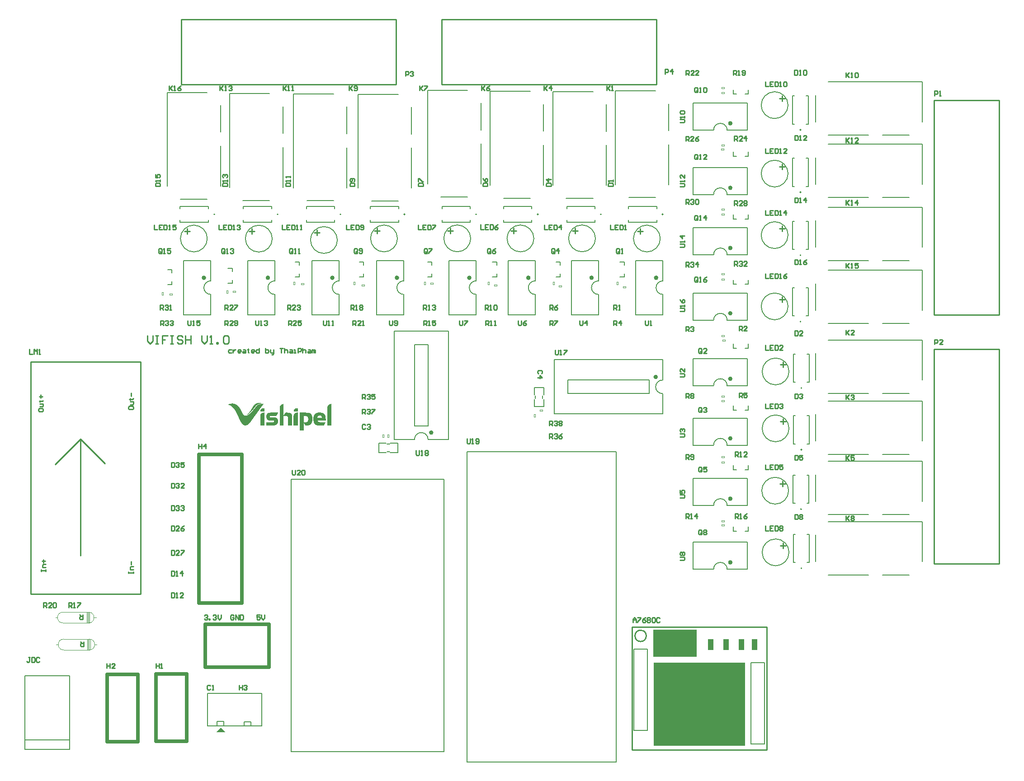
<source format=gto>
G04*
G04 #@! TF.GenerationSoftware,Altium Limited,Altium Designer,24.4.1 (13)*
G04*
G04 Layer_Color=65535*
%FSLAX25Y25*%
%MOIN*%
G70*
G04*
G04 #@! TF.SameCoordinates,D772E85F-A2A7-474A-8196-155AA2CDE767*
G04*
G04*
G04 #@! TF.FilePolarity,Positive*
G04*
G01*
G75*
%ADD10C,0.00787*%
%ADD11C,0.00800*%
%ADD12C,0.00700*%
%ADD13C,0.01500*%
%ADD14C,0.01000*%
%ADD15C,0.00472*%
%ADD16C,0.00500*%
%ADD17C,0.02500*%
%ADD18C,0.00039*%
%ADD19R,0.32400X0.20400*%
%ADD20R,0.67500X0.61200*%
%ADD21R,0.04100X0.07900*%
G36*
X204400Y249503D02*
X201419D01*
Y249980D01*
X201479D01*
Y250219D01*
X201539D01*
Y250397D01*
X201598D01*
Y250576D01*
X201658D01*
Y250695D01*
X201718D01*
Y250755D01*
X201777D01*
Y250874D01*
X201837D01*
Y250934D01*
X201896D01*
Y251053D01*
X201956D01*
Y251113D01*
X202016D01*
Y251172D01*
X202075D01*
Y251232D01*
X202135D01*
Y251292D01*
X202194D01*
Y251351D01*
X202254D01*
Y251411D01*
X202314D01*
Y251470D01*
X202433D01*
Y251530D01*
X202492D01*
Y251590D01*
X202612D01*
Y251649D01*
X202671D01*
Y251709D01*
X202850D01*
Y251768D01*
X202969D01*
Y251828D01*
X203148D01*
Y251888D01*
X203387D01*
Y251947D01*
X204400D01*
Y249503D01*
D02*
G37*
G36*
X179722D02*
X176741D01*
Y249861D01*
X176801D01*
Y250159D01*
X176860D01*
Y250338D01*
X176920D01*
Y250457D01*
X176980D01*
Y250636D01*
X177039D01*
Y250695D01*
X177099D01*
Y250815D01*
X177158D01*
Y250934D01*
X177218D01*
Y250993D01*
X177278D01*
Y251053D01*
X177337D01*
Y251113D01*
X177397D01*
Y251232D01*
X177457D01*
Y251292D01*
X177576D01*
Y251351D01*
X177635D01*
Y251411D01*
X177695D01*
Y251470D01*
X177755D01*
Y251530D01*
X177874D01*
Y251590D01*
X177933D01*
Y251649D01*
X178053D01*
Y251709D01*
X178172D01*
Y251768D01*
X178291D01*
Y251828D01*
X178470D01*
Y251888D01*
X178768D01*
Y251947D01*
X179722D01*
Y249503D01*
D02*
G37*
G36*
X176324Y255762D02*
X176801D01*
Y255703D01*
X177158D01*
Y255643D01*
X177457D01*
Y255583D01*
X177695D01*
Y255524D01*
X177874D01*
Y255464D01*
X178053D01*
Y255405D01*
X178232D01*
Y255345D01*
X178351D01*
Y255285D01*
X176920D01*
Y255226D01*
X176503D01*
Y255166D01*
X176264D01*
Y255107D01*
X176026D01*
Y255047D01*
X175847D01*
Y254987D01*
X175609D01*
Y254928D01*
X175489D01*
Y254868D01*
X175370D01*
Y254808D01*
X175191D01*
Y254749D01*
X175072D01*
Y254689D01*
X175013D01*
Y254630D01*
X174893D01*
Y254570D01*
X174774D01*
Y254510D01*
X174655D01*
Y254451D01*
X174595D01*
Y254391D01*
X174476D01*
Y254332D01*
X174416D01*
Y254272D01*
X174357D01*
Y254212D01*
X174238D01*
Y254153D01*
X174178D01*
Y254093D01*
X174118D01*
Y254034D01*
X174059D01*
Y253974D01*
X173999D01*
Y253914D01*
X173880D01*
Y253855D01*
X173820D01*
Y253795D01*
X173761D01*
Y253736D01*
X173701D01*
Y253676D01*
X173642D01*
Y253616D01*
X173582D01*
Y253557D01*
X173522D01*
Y253497D01*
X173463D01*
Y253437D01*
X173403D01*
Y253378D01*
X173344D01*
Y253259D01*
X173284D01*
Y253199D01*
X173224D01*
Y253139D01*
X173165D01*
Y253080D01*
X173105D01*
Y253020D01*
X173046D01*
Y252901D01*
X172986D01*
Y252841D01*
X172926D01*
Y252782D01*
X172867D01*
Y252663D01*
X172807D01*
Y252603D01*
X172747D01*
Y252543D01*
X172688D01*
Y252424D01*
X172628D01*
Y252364D01*
X172569D01*
Y252305D01*
X172509D01*
Y252186D01*
X172449D01*
Y252126D01*
X172390D01*
Y252066D01*
X172330D01*
Y251947D01*
X172271D01*
Y251888D01*
X172211D01*
Y251828D01*
X172151D01*
Y251709D01*
X172092D01*
Y251649D01*
X172032D01*
Y251590D01*
X171973D01*
Y251530D01*
X171913D01*
Y251411D01*
X171853D01*
Y251351D01*
X171794D01*
Y251292D01*
X171734D01*
Y251232D01*
X171675D01*
Y251113D01*
X171615D01*
Y251053D01*
X171555D01*
Y250993D01*
X171496D01*
Y250934D01*
X171436D01*
Y250815D01*
X171376D01*
Y250755D01*
X171317D01*
Y250695D01*
X171257D01*
Y250636D01*
X171198D01*
Y250576D01*
X171138D01*
Y250457D01*
X171078D01*
Y250397D01*
X171019D01*
Y250338D01*
X170959D01*
Y250278D01*
X170899D01*
Y250219D01*
X170840D01*
Y250159D01*
X170780D01*
Y250099D01*
X170721D01*
Y249980D01*
X170661D01*
Y249921D01*
X170601D01*
Y249861D01*
X170542D01*
Y249801D01*
X170482D01*
Y249742D01*
X170423D01*
Y249682D01*
X170363D01*
Y249623D01*
X170303D01*
Y249563D01*
X170244D01*
Y249503D01*
X170184D01*
Y249444D01*
X170125D01*
Y249384D01*
X170065D01*
Y249324D01*
X170005D01*
Y249265D01*
X169946D01*
Y249205D01*
X169886D01*
Y249146D01*
X169827D01*
Y249086D01*
X169767D01*
Y249026D01*
X169707D01*
Y248967D01*
X169648D01*
Y248907D01*
X169588D01*
Y248848D01*
X169528D01*
Y248788D01*
X169469D01*
Y248728D01*
X169409D01*
Y248669D01*
X169350D01*
Y248609D01*
X169290D01*
Y248550D01*
X169230D01*
Y248490D01*
X169171D01*
Y248430D01*
X169111D01*
Y248371D01*
X168992D01*
Y248311D01*
X168932D01*
Y248252D01*
X168873D01*
Y248192D01*
X168813D01*
Y248132D01*
X168754D01*
Y248073D01*
X168634D01*
Y248013D01*
X168575D01*
Y247953D01*
X168515D01*
Y247894D01*
X168396D01*
Y247834D01*
X168336D01*
Y247775D01*
X168217D01*
Y247715D01*
X168157D01*
Y247655D01*
X168098D01*
Y247596D01*
X167979D01*
Y247536D01*
X167859D01*
Y247477D01*
X167800D01*
Y247417D01*
X167681D01*
Y247357D01*
X167561D01*
Y247298D01*
X167442D01*
Y247238D01*
X167263D01*
Y247179D01*
X167085D01*
Y247119D01*
X166906D01*
Y247059D01*
X166727D01*
Y247119D01*
X166787D01*
Y247179D01*
X166906D01*
Y247238D01*
X167025D01*
Y247298D01*
X167085D01*
Y247357D01*
X167204D01*
Y247417D01*
X167263D01*
Y247477D01*
X167323D01*
Y247536D01*
X167442D01*
Y247596D01*
X167502D01*
Y247655D01*
X167561D01*
Y247715D01*
X167621D01*
Y247775D01*
X167681D01*
Y247834D01*
X167740D01*
Y247894D01*
X167800D01*
Y247953D01*
X167859D01*
Y248013D01*
X167919D01*
Y248073D01*
X167979D01*
Y248132D01*
X168038D01*
Y248192D01*
X168098D01*
Y248252D01*
X168157D01*
Y248311D01*
X168217D01*
Y248371D01*
X168277D01*
Y248430D01*
X168336D01*
Y248490D01*
X168396D01*
Y248550D01*
X168456D01*
Y248669D01*
X168515D01*
Y248728D01*
X168575D01*
Y248788D01*
X168634D01*
Y248848D01*
X168694D01*
Y248907D01*
X168754D01*
Y249026D01*
X168813D01*
Y249086D01*
X168873D01*
Y249146D01*
X168932D01*
Y249265D01*
X168992D01*
Y249324D01*
X169052D01*
Y249384D01*
X169111D01*
Y249503D01*
X169171D01*
Y249563D01*
X169230D01*
Y249623D01*
X169290D01*
Y249742D01*
X169350D01*
Y249801D01*
X169409D01*
Y249921D01*
X169469D01*
Y249980D01*
X169528D01*
Y250099D01*
X169588D01*
Y250159D01*
X169648D01*
Y250278D01*
X169707D01*
Y250338D01*
X169767D01*
Y250457D01*
X169827D01*
Y250517D01*
X169886D01*
Y250636D01*
X169946D01*
Y250695D01*
X170005D01*
Y250815D01*
X170065D01*
Y250874D01*
X170125D01*
Y250993D01*
X170184D01*
Y251113D01*
X170244D01*
Y251172D01*
X170303D01*
Y251292D01*
X170363D01*
Y251351D01*
X170423D01*
Y251470D01*
X170482D01*
Y251590D01*
X170542D01*
Y251649D01*
X170601D01*
Y251768D01*
X170661D01*
Y251888D01*
X170721D01*
Y251947D01*
X170780D01*
Y252066D01*
X170840D01*
Y252186D01*
X170899D01*
Y252245D01*
X170959D01*
Y252364D01*
X171019D01*
Y252484D01*
X171078D01*
Y252543D01*
X171138D01*
Y252663D01*
X171198D01*
Y252782D01*
X171257D01*
Y252901D01*
X171317D01*
Y252961D01*
X171376D01*
Y253080D01*
X171436D01*
Y253139D01*
X171496D01*
Y253259D01*
X171555D01*
Y253378D01*
X171615D01*
Y253437D01*
X171675D01*
Y253497D01*
X171734D01*
Y253616D01*
X171794D01*
Y253676D01*
X171853D01*
Y253736D01*
X171913D01*
Y253855D01*
X171973D01*
Y253914D01*
X172032D01*
Y253974D01*
X172092D01*
Y254034D01*
X172151D01*
Y254093D01*
X172211D01*
Y254153D01*
X172271D01*
Y254212D01*
X172330D01*
Y254272D01*
X172390D01*
Y254332D01*
X172449D01*
Y254391D01*
X172509D01*
Y254451D01*
X172569D01*
Y254510D01*
X172628D01*
Y254570D01*
X172688D01*
Y254630D01*
X172747D01*
Y254689D01*
X172807D01*
Y254749D01*
X172867D01*
Y254808D01*
X172986D01*
Y254868D01*
X173046D01*
Y254928D01*
X173165D01*
Y254987D01*
X173224D01*
Y255047D01*
X173344D01*
Y255107D01*
X173403D01*
Y255166D01*
X173522D01*
Y255226D01*
X173642D01*
Y255285D01*
X173761D01*
Y255345D01*
X173880D01*
Y255405D01*
X174059D01*
Y255464D01*
X174178D01*
Y255524D01*
X174357D01*
Y255583D01*
X174536D01*
Y255643D01*
X174774D01*
Y255703D01*
X175132D01*
Y255762D01*
X175609D01*
Y255822D01*
X176324D01*
Y255762D01*
D02*
G37*
G36*
X229138Y239131D02*
X226098D01*
Y252186D01*
X226157D01*
Y252603D01*
X226217D01*
Y252841D01*
X226277D01*
Y253020D01*
X226336D01*
Y253199D01*
X226396D01*
Y253318D01*
X226455D01*
Y253437D01*
X226515D01*
Y253557D01*
X226575D01*
Y253616D01*
X226634D01*
Y253736D01*
X226694D01*
Y253795D01*
X226753D01*
Y253855D01*
X226813D01*
Y253974D01*
X226873D01*
Y254034D01*
X226932D01*
Y254093D01*
X226992D01*
Y254153D01*
X227052D01*
Y254212D01*
X227111D01*
Y254272D01*
X227230D01*
Y254332D01*
X227290D01*
Y254391D01*
X227350D01*
Y254451D01*
X227469D01*
Y254510D01*
X227528D01*
Y254570D01*
X227648D01*
Y254630D01*
X227767D01*
Y254689D01*
X227886D01*
Y254749D01*
X228005D01*
Y254808D01*
X228184D01*
Y254868D01*
X228363D01*
Y254928D01*
X228661D01*
Y254987D01*
X229138D01*
Y239131D01*
D02*
G37*
G36*
X221091Y248669D02*
X221627D01*
Y248609D01*
X221985D01*
Y248550D01*
X222223D01*
Y248490D01*
X222462D01*
Y248430D01*
X222581D01*
Y248371D01*
X222760D01*
Y248311D01*
X222879D01*
Y248252D01*
X223058D01*
Y248192D01*
X223177D01*
Y248132D01*
X223237D01*
Y248073D01*
X223356D01*
Y248013D01*
X223475D01*
Y247953D01*
X223535D01*
Y247894D01*
X223654D01*
Y247834D01*
X223713D01*
Y247775D01*
X223773D01*
Y247715D01*
X223833D01*
Y247655D01*
X223892D01*
Y247596D01*
X223952D01*
Y247536D01*
X224011D01*
Y247477D01*
X224071D01*
Y247417D01*
X224131D01*
Y247357D01*
X224190D01*
Y247298D01*
X224250D01*
Y247179D01*
X224309D01*
Y247119D01*
X224369D01*
Y247000D01*
X224429D01*
Y246940D01*
X224488D01*
Y246821D01*
X224548D01*
Y246702D01*
X224608D01*
Y246582D01*
X224667D01*
Y246404D01*
X224727D01*
Y246284D01*
X224786D01*
Y246046D01*
X224846D01*
Y245808D01*
X224906D01*
Y245510D01*
X224965D01*
Y244973D01*
X225025D01*
Y244198D01*
X225084D01*
Y242946D01*
X225025D01*
Y242827D01*
X219004D01*
Y242767D01*
X219064D01*
Y242648D01*
X219124D01*
Y242529D01*
X219183D01*
Y242410D01*
X219243D01*
Y242290D01*
X219302D01*
Y242231D01*
X219362D01*
Y242112D01*
X219422D01*
Y242052D01*
X219481D01*
Y241992D01*
X219541D01*
Y241933D01*
X219600D01*
Y241873D01*
X219660D01*
Y241814D01*
X219779D01*
Y241754D01*
X219898D01*
Y241694D01*
X220077D01*
Y241635D01*
X220375D01*
Y241575D01*
X220912D01*
Y241516D01*
X224906D01*
Y241456D01*
X224846D01*
Y241337D01*
X224786D01*
Y241218D01*
X224727D01*
Y241098D01*
X224667D01*
Y240979D01*
X224608D01*
Y240919D01*
X224548D01*
Y240800D01*
X224488D01*
Y240681D01*
X224429D01*
Y240562D01*
X224369D01*
Y240443D01*
X224309D01*
Y240383D01*
X224250D01*
Y240264D01*
X224190D01*
Y240145D01*
X224131D01*
Y240025D01*
X224071D01*
Y239906D01*
X224011D01*
Y239787D01*
X223952D01*
Y239727D01*
X223892D01*
Y239608D01*
X223833D01*
Y239489D01*
X223773D01*
Y239370D01*
X223713D01*
Y239250D01*
X223654D01*
Y239131D01*
X219183D01*
Y239191D01*
X218706D01*
Y239250D01*
X218468D01*
Y239310D01*
X218229D01*
Y239370D01*
X218051D01*
Y239429D01*
X217931D01*
Y239489D01*
X217812D01*
Y239548D01*
X217753D01*
Y239608D01*
X217633D01*
Y239668D01*
X217514D01*
Y239727D01*
X217454D01*
Y239787D01*
X217395D01*
Y239847D01*
X217335D01*
Y239906D01*
X217216D01*
Y239966D01*
X217156D01*
Y240025D01*
X217097D01*
Y240085D01*
X217037D01*
Y240145D01*
X216978D01*
Y240264D01*
X216918D01*
Y240323D01*
X216858D01*
Y240383D01*
X216799D01*
Y240502D01*
X216739D01*
Y240562D01*
X216680D01*
Y240681D01*
X216620D01*
Y240800D01*
X216560D01*
Y240919D01*
X216501D01*
Y241039D01*
X216441D01*
Y241158D01*
X216382D01*
Y241277D01*
X216322D01*
Y241456D01*
X216262D01*
Y241635D01*
X216203D01*
Y241873D01*
X216143D01*
Y242112D01*
X216083D01*
Y242469D01*
X216024D01*
Y242887D01*
X215964D01*
Y245152D01*
X216024D01*
Y245450D01*
X216083D01*
Y245688D01*
X216143D01*
Y245927D01*
X216203D01*
Y246106D01*
X216262D01*
Y246225D01*
X216322D01*
Y246404D01*
X216382D01*
Y246523D01*
X216441D01*
Y246642D01*
X216501D01*
Y246761D01*
X216560D01*
Y246881D01*
X216620D01*
Y246940D01*
X216680D01*
Y247059D01*
X216739D01*
Y247119D01*
X216799D01*
Y247238D01*
X216858D01*
Y247298D01*
X216918D01*
Y247357D01*
X216978D01*
Y247417D01*
X217037D01*
Y247477D01*
X217097D01*
Y247536D01*
X217156D01*
Y247596D01*
X217216D01*
Y247655D01*
X217276D01*
Y247715D01*
X217335D01*
Y247775D01*
X217454D01*
Y247834D01*
X217514D01*
Y247894D01*
X217633D01*
Y247953D01*
X217693D01*
Y248013D01*
X217812D01*
Y248073D01*
X217872D01*
Y248132D01*
X217991D01*
Y248192D01*
X218110D01*
Y248252D01*
X218229D01*
Y248311D01*
X218408D01*
Y248371D01*
X218527D01*
Y248430D01*
X218706D01*
Y248490D01*
X218885D01*
Y248550D01*
X219124D01*
Y248609D01*
X219362D01*
Y248669D01*
X219958D01*
Y248728D01*
X221091D01*
Y248669D01*
D02*
G37*
G36*
X210480Y248609D02*
X211613D01*
Y248550D01*
X212149D01*
Y248490D01*
X212507D01*
Y248430D01*
X212805D01*
Y248371D01*
X213043D01*
Y248311D01*
X213222D01*
Y248252D01*
X213341D01*
Y248192D01*
X213461D01*
Y248132D01*
X213580D01*
Y248073D01*
X213699D01*
Y248013D01*
X213759D01*
Y247953D01*
X213818D01*
Y247894D01*
X213937D01*
Y247834D01*
X213997D01*
Y247775D01*
X214057D01*
Y247715D01*
X214116D01*
Y247655D01*
X214176D01*
Y247536D01*
X214236D01*
Y247477D01*
X214295D01*
Y247417D01*
X214355D01*
Y247298D01*
X214414D01*
Y247179D01*
X214474D01*
Y247059D01*
X214534D01*
Y247000D01*
X214593D01*
Y246881D01*
X214653D01*
Y246761D01*
X214712D01*
Y246582D01*
X214772D01*
Y246463D01*
X214832D01*
Y246284D01*
X214891D01*
Y246106D01*
X214951D01*
Y245927D01*
X215010D01*
Y245629D01*
X215070D01*
Y245211D01*
X215130D01*
Y244377D01*
X215189D01*
Y243423D01*
X215130D01*
Y242589D01*
X215070D01*
Y242231D01*
X215010D01*
Y241933D01*
X214951D01*
Y241694D01*
X214891D01*
Y241516D01*
X214832D01*
Y241337D01*
X214772D01*
Y241218D01*
X214712D01*
Y241039D01*
X214653D01*
Y240919D01*
X214593D01*
Y240800D01*
X214534D01*
Y240681D01*
X214474D01*
Y240562D01*
X214414D01*
Y240502D01*
X214355D01*
Y240383D01*
X214295D01*
Y240264D01*
X214236D01*
Y240204D01*
X214176D01*
Y240145D01*
X214116D01*
Y240085D01*
X214057D01*
Y240025D01*
X213997D01*
Y239966D01*
X213937D01*
Y239906D01*
X213878D01*
Y239847D01*
X213818D01*
Y239787D01*
X213759D01*
Y239727D01*
X213639D01*
Y239668D01*
X213580D01*
Y239608D01*
X213461D01*
Y239548D01*
X213341D01*
Y239489D01*
X213163D01*
Y239429D01*
X212984D01*
Y239370D01*
X212805D01*
Y239310D01*
X212507D01*
Y239250D01*
X212209D01*
Y239191D01*
X211672D01*
Y239131D01*
X210063D01*
Y239191D01*
X210003D01*
Y239310D01*
X209944D01*
Y239370D01*
X209884D01*
Y239489D01*
X209824D01*
Y239608D01*
X209765D01*
Y239668D01*
X209705D01*
Y239787D01*
X209646D01*
Y239847D01*
X209586D01*
Y239966D01*
X209526D01*
Y240085D01*
X209467D01*
Y240145D01*
X209407D01*
Y240264D01*
X209348D01*
Y240383D01*
X209288D01*
Y240443D01*
X209228D01*
Y240562D01*
X209169D01*
Y240621D01*
X209109D01*
Y240741D01*
X209050D01*
Y240860D01*
X208990D01*
Y240919D01*
X208930D01*
Y241039D01*
X208871D01*
Y241098D01*
X208811D01*
Y238476D01*
Y238416D01*
Y235436D01*
X205831D01*
Y248669D01*
X210480D01*
Y248609D01*
D02*
G37*
G36*
X204400Y239131D02*
X201360D01*
Y246463D01*
X201419D01*
Y246761D01*
X201479D01*
Y247000D01*
X201539D01*
Y247119D01*
X201598D01*
Y247238D01*
X201658D01*
Y247357D01*
X201718D01*
Y247477D01*
X201777D01*
Y247596D01*
X201837D01*
Y247655D01*
X201896D01*
Y247715D01*
X201956D01*
Y247775D01*
X202016D01*
Y247894D01*
X202075D01*
Y247953D01*
X202194D01*
Y248013D01*
X202254D01*
Y248073D01*
X202314D01*
Y248132D01*
X202373D01*
Y248192D01*
X202492D01*
Y248252D01*
X202552D01*
Y248311D01*
X202671D01*
Y248371D01*
X202791D01*
Y248430D01*
X202910D01*
Y248490D01*
X203089D01*
Y248550D01*
X203267D01*
Y248609D01*
X203685D01*
Y248669D01*
X204400D01*
Y239131D01*
D02*
G37*
G36*
X194028Y252126D02*
Y252066D01*
Y246821D01*
X194088D01*
Y246881D01*
X194147D01*
Y246940D01*
X194207D01*
Y247059D01*
X194266D01*
Y247119D01*
X194326D01*
Y247179D01*
X194386D01*
Y247298D01*
X194445D01*
Y247357D01*
X194505D01*
Y247417D01*
X194564D01*
Y247477D01*
X194624D01*
Y247596D01*
X194684D01*
Y247655D01*
X194743D01*
Y247715D01*
X194803D01*
Y247775D01*
X194862D01*
Y247894D01*
X194922D01*
Y247953D01*
X194982D01*
Y248013D01*
X195041D01*
Y248132D01*
X195101D01*
Y248192D01*
X195160D01*
Y248252D01*
X195220D01*
Y248311D01*
X195280D01*
Y248430D01*
X195339D01*
Y248490D01*
X195399D01*
Y248550D01*
X195459D01*
Y248609D01*
X195518D01*
Y248669D01*
X197008D01*
Y248609D01*
X197903D01*
Y248550D01*
X198320D01*
Y248490D01*
X198558D01*
Y248430D01*
X198737D01*
Y248371D01*
X198916D01*
Y248311D01*
X198976D01*
Y248252D01*
X199095D01*
Y248192D01*
X199214D01*
Y248132D01*
X199274D01*
Y248073D01*
X199333D01*
Y248013D01*
X199393D01*
Y247953D01*
X199512D01*
Y247894D01*
X199572D01*
Y247834D01*
X199631D01*
Y247775D01*
X199691D01*
Y247655D01*
X199750D01*
Y247596D01*
X199810D01*
Y247536D01*
X199870D01*
Y247417D01*
X199929D01*
Y247298D01*
X199989D01*
Y247179D01*
X200048D01*
Y247000D01*
X200108D01*
Y246761D01*
X200168D01*
Y246046D01*
X200227D01*
Y239131D01*
X197187D01*
Y244973D01*
X197128D01*
Y245271D01*
X197068D01*
Y245450D01*
X197008D01*
Y245569D01*
X196949D01*
Y245688D01*
X196889D01*
Y245808D01*
X196830D01*
Y245867D01*
X196710D01*
Y245927D01*
X196651D01*
Y245986D01*
X196532D01*
Y246046D01*
X196353D01*
Y246106D01*
X196114D01*
Y246165D01*
X194028D01*
Y239131D01*
X191048D01*
Y252543D01*
X191107D01*
Y252782D01*
X191167D01*
Y253020D01*
X191226D01*
Y253139D01*
X191286D01*
Y253259D01*
X191346D01*
Y253378D01*
X191405D01*
Y253497D01*
X191465D01*
Y253616D01*
X191524D01*
Y253676D01*
X191584D01*
Y253795D01*
X191644D01*
Y253855D01*
X191703D01*
Y253914D01*
X191763D01*
Y253974D01*
X191822D01*
Y254034D01*
X191882D01*
Y254093D01*
X191942D01*
Y254153D01*
X192001D01*
Y254212D01*
X192061D01*
Y254272D01*
X192121D01*
Y254332D01*
X192180D01*
Y254391D01*
X192240D01*
Y254451D01*
X192359D01*
Y254510D01*
X192419D01*
Y254570D01*
X192538D01*
Y254630D01*
X192657D01*
Y254689D01*
X192776D01*
Y254749D01*
X192895D01*
Y254808D01*
X193074D01*
Y254868D01*
X193253D01*
Y254928D01*
X193551D01*
Y254987D01*
X194028D01*
Y252126D01*
D02*
G37*
G36*
X189974Y248550D02*
X189915D01*
Y248430D01*
X189855D01*
Y248311D01*
X189796D01*
Y248192D01*
X189736D01*
Y248132D01*
X189676D01*
Y248013D01*
X189617D01*
Y247894D01*
X189557D01*
Y247775D01*
X189498D01*
Y247715D01*
X189438D01*
Y247596D01*
X189378D01*
Y247477D01*
X189319D01*
Y247357D01*
X189259D01*
Y247238D01*
X189200D01*
Y247179D01*
X189140D01*
Y247059D01*
X189080D01*
Y246940D01*
X189021D01*
Y246821D01*
X188961D01*
Y246761D01*
X188902D01*
Y246642D01*
X188842D01*
Y246523D01*
X188782D01*
Y246404D01*
X188723D01*
Y246344D01*
X188663D01*
Y246225D01*
X188603D01*
Y246165D01*
X184133D01*
Y246106D01*
X184014D01*
Y246046D01*
X183894D01*
Y245986D01*
X183835D01*
Y245867D01*
X183775D01*
Y245450D01*
X183835D01*
Y245390D01*
X183894D01*
Y245331D01*
X184014D01*
Y245271D01*
X184252D01*
Y245211D01*
X187232D01*
Y245152D01*
X187590D01*
Y245092D01*
X187888D01*
Y245033D01*
X188067D01*
Y244973D01*
X188246D01*
Y244913D01*
X188425D01*
Y244854D01*
X188544D01*
Y244794D01*
X188663D01*
Y244735D01*
X188723D01*
Y244675D01*
X188842D01*
Y244615D01*
X188902D01*
Y244556D01*
X189021D01*
Y244496D01*
X189080D01*
Y244437D01*
X189140D01*
Y244377D01*
X189200D01*
Y244317D01*
X189259D01*
Y244258D01*
X189319D01*
Y244138D01*
X189378D01*
Y244079D01*
X189438D01*
Y243960D01*
X189498D01*
Y243840D01*
X189557D01*
Y243721D01*
X189617D01*
Y243602D01*
X189676D01*
Y243363D01*
X189736D01*
Y243125D01*
X189796D01*
Y242767D01*
X189855D01*
Y241754D01*
X189796D01*
Y241456D01*
X189736D01*
Y241218D01*
X189676D01*
Y241039D01*
X189617D01*
Y240919D01*
X189557D01*
Y240741D01*
X189498D01*
Y240621D01*
X189438D01*
Y240562D01*
X189378D01*
Y240443D01*
X189319D01*
Y240323D01*
X189259D01*
Y240204D01*
X189200D01*
Y240145D01*
X189140D01*
Y240085D01*
X189080D01*
Y239966D01*
X189021D01*
Y239906D01*
X188961D01*
Y239847D01*
X188842D01*
Y239787D01*
X188782D01*
Y239727D01*
X188723D01*
Y239668D01*
X188603D01*
Y239608D01*
X188544D01*
Y239548D01*
X188425D01*
Y239489D01*
X188246D01*
Y239429D01*
X188127D01*
Y239370D01*
X187888D01*
Y239310D01*
X187650D01*
Y239250D01*
X187352D01*
Y239191D01*
X186875D01*
Y239131D01*
X181152D01*
Y241516D01*
X186160D01*
Y241575D01*
X186458D01*
Y241635D01*
X186636D01*
Y241694D01*
X186756D01*
Y241754D01*
X186815D01*
Y241814D01*
X186875D01*
Y241933D01*
X186934D01*
Y242052D01*
X186994D01*
Y242290D01*
X186934D01*
Y242469D01*
X186875D01*
Y242529D01*
X186815D01*
Y242589D01*
X186756D01*
Y242648D01*
X186696D01*
Y242708D01*
X186577D01*
Y242767D01*
X186279D01*
Y242827D01*
X183656D01*
Y242887D01*
X183239D01*
Y242946D01*
X183000D01*
Y243006D01*
X182762D01*
Y243066D01*
X182583D01*
Y243125D01*
X182464D01*
Y243185D01*
X182344D01*
Y243244D01*
X182285D01*
Y243304D01*
X182166D01*
Y243363D01*
X182106D01*
Y243423D01*
X182046D01*
Y243483D01*
X181987D01*
Y243542D01*
X181927D01*
Y243602D01*
X181868D01*
Y243662D01*
X181808D01*
Y243721D01*
X181748D01*
Y243840D01*
X181689D01*
Y243900D01*
X181629D01*
Y244019D01*
X181570D01*
Y244138D01*
X181510D01*
Y244258D01*
X181450D01*
Y244437D01*
X181391D01*
Y244615D01*
X181331D01*
Y244854D01*
X181272D01*
Y245152D01*
X181212D01*
Y246225D01*
X181272D01*
Y246582D01*
X181331D01*
Y246821D01*
X181391D01*
Y246940D01*
X181450D01*
Y247119D01*
X181510D01*
Y247238D01*
X181570D01*
Y247357D01*
X181629D01*
Y247477D01*
X181689D01*
Y247536D01*
X181748D01*
Y247655D01*
X181808D01*
Y247775D01*
X181868D01*
Y247834D01*
X181927D01*
Y247894D01*
X181987D01*
Y247953D01*
X182046D01*
Y248013D01*
X182106D01*
Y248073D01*
X182166D01*
Y248132D01*
X182285D01*
Y248192D01*
X182344D01*
Y248252D01*
X182464D01*
Y248311D01*
X182583D01*
Y248371D01*
X182762D01*
Y248430D01*
X182941D01*
Y248490D01*
X183239D01*
Y248550D01*
X183537D01*
Y248609D01*
X184312D01*
Y248669D01*
X189974D01*
Y248550D01*
D02*
G37*
G36*
X179722Y248609D02*
X179781D01*
Y239131D01*
X176741D01*
Y246642D01*
X176801D01*
Y246881D01*
X176860D01*
Y247059D01*
X176920D01*
Y247179D01*
X176980D01*
Y247298D01*
X177039D01*
Y247417D01*
X177099D01*
Y247536D01*
X177158D01*
Y247596D01*
X177218D01*
Y247715D01*
X177278D01*
Y247775D01*
X177337D01*
Y247834D01*
X177397D01*
Y247894D01*
X177457D01*
Y247953D01*
X177516D01*
Y248013D01*
X177576D01*
Y248073D01*
X177635D01*
Y248132D01*
X177755D01*
Y248192D01*
X177814D01*
Y248252D01*
X177933D01*
Y248311D01*
X177993D01*
Y248371D01*
X178112D01*
Y248430D01*
X178232D01*
Y248490D01*
X178410D01*
Y248550D01*
X178649D01*
Y248609D01*
X179066D01*
Y248669D01*
X179722D01*
Y248609D01*
D02*
G37*
G36*
X156772Y255226D02*
X157130D01*
Y255166D01*
X157487D01*
Y255107D01*
X157726D01*
Y255047D01*
X157905D01*
Y254987D01*
X158083D01*
Y254928D01*
X158262D01*
Y254868D01*
X158382D01*
Y254808D01*
X158501D01*
Y254749D01*
X158680D01*
Y254689D01*
X158799D01*
Y254630D01*
X158918D01*
Y254570D01*
X159037D01*
Y254510D01*
X159097D01*
Y254451D01*
X159216D01*
Y254391D01*
X159335D01*
Y254332D01*
X159395D01*
Y254272D01*
X159514D01*
Y254212D01*
X159574D01*
Y254153D01*
X159633D01*
Y254093D01*
X159753D01*
Y254034D01*
X159812D01*
Y253974D01*
X159872D01*
Y253914D01*
X159991D01*
Y253855D01*
X160051D01*
Y253795D01*
X160110D01*
Y253736D01*
X160170D01*
Y253676D01*
X160229D01*
Y253616D01*
X160289D01*
Y253557D01*
X160349D01*
Y253497D01*
X160408D01*
Y253437D01*
X160468D01*
Y253378D01*
X160528D01*
Y253318D01*
X160587D01*
Y253259D01*
X160647D01*
Y253199D01*
X160706D01*
Y253139D01*
X160766D01*
Y253080D01*
X160826D01*
Y253020D01*
X160885D01*
Y252961D01*
X160945D01*
Y252901D01*
X161004D01*
Y252782D01*
X161064D01*
Y252722D01*
X161124D01*
Y252663D01*
X161183D01*
Y252603D01*
X161243D01*
Y252484D01*
X161302D01*
Y252424D01*
X161362D01*
Y252364D01*
X161422D01*
Y252245D01*
X161481D01*
Y252186D01*
X161541D01*
Y252066D01*
X161600D01*
Y252007D01*
X161660D01*
Y251888D01*
X161720D01*
Y251828D01*
X161779D01*
Y251709D01*
X161839D01*
Y251649D01*
X161899D01*
Y251530D01*
X161958D01*
Y251411D01*
X162018D01*
Y251351D01*
X162077D01*
Y251232D01*
X162137D01*
Y251113D01*
X162197D01*
Y250993D01*
X162256D01*
Y250874D01*
X162316D01*
Y250755D01*
X162375D01*
Y250695D01*
X162435D01*
Y250576D01*
X162495D01*
Y250457D01*
X162554D01*
Y250278D01*
X162614D01*
Y250159D01*
X162673D01*
Y250040D01*
X162733D01*
Y249921D01*
X162793D01*
Y249801D01*
X162852D01*
Y249682D01*
X162912D01*
Y249563D01*
X162971D01*
Y249444D01*
X163031D01*
Y249324D01*
X163091D01*
Y249205D01*
X163150D01*
Y249086D01*
X163210D01*
Y248907D01*
X163269D01*
Y248788D01*
X163329D01*
Y248669D01*
X163389D01*
Y248550D01*
X163448D01*
Y248430D01*
X163508D01*
Y248311D01*
X163568D01*
Y248192D01*
X163627D01*
Y248013D01*
X163687D01*
Y247953D01*
X163746D01*
Y247834D01*
X163806D01*
Y247775D01*
X163866D01*
Y247655D01*
X163925D01*
Y247596D01*
X163985D01*
Y247536D01*
Y247477D01*
X164044D01*
Y247417D01*
X164104D01*
Y247357D01*
X164164D01*
Y247298D01*
X164223D01*
Y247179D01*
X164283D01*
Y247119D01*
X164342D01*
Y247059D01*
X164402D01*
Y247000D01*
X164462D01*
Y246940D01*
X164581D01*
Y246881D01*
X164641D01*
Y246821D01*
X164700D01*
Y246761D01*
X164819D01*
Y246702D01*
X164879D01*
Y246642D01*
X164998D01*
Y246582D01*
X165117D01*
Y246523D01*
X165296D01*
Y246463D01*
X165475D01*
Y246404D01*
X166488D01*
Y246463D01*
X166787D01*
Y246523D01*
X166965D01*
Y246582D01*
X167085D01*
Y246642D01*
X167263D01*
Y246702D01*
X167383D01*
Y246761D01*
X167502D01*
Y246821D01*
X167621D01*
Y246881D01*
X167740D01*
Y246940D01*
X167800D01*
Y247000D01*
X167919D01*
Y247059D01*
X167979D01*
Y247119D01*
X168098D01*
Y247179D01*
X168157D01*
Y247238D01*
X168277D01*
Y247298D01*
X168336D01*
Y247357D01*
X168456D01*
Y247417D01*
X168515D01*
Y247477D01*
X168575D01*
Y247536D01*
X168694D01*
Y247596D01*
X168754D01*
Y247655D01*
X168813D01*
Y247715D01*
X168873D01*
Y247775D01*
X168992D01*
Y247834D01*
X169052D01*
Y247894D01*
X169111D01*
Y247953D01*
X169171D01*
Y248013D01*
X169230D01*
Y248073D01*
X169290D01*
Y248132D01*
X169350D01*
Y248192D01*
X169469D01*
Y248252D01*
X169528D01*
Y248311D01*
X169588D01*
Y248371D01*
X169648D01*
Y248430D01*
X169707D01*
Y248490D01*
X169767D01*
Y248550D01*
X169827D01*
Y248609D01*
X169886D01*
Y248669D01*
X169946D01*
Y248728D01*
X170005D01*
Y248788D01*
X170065D01*
Y248848D01*
X170125D01*
Y248907D01*
X170184D01*
Y248967D01*
X170244D01*
Y249026D01*
X170303D01*
Y249086D01*
X170363D01*
Y249146D01*
X170423D01*
Y249205D01*
X170482D01*
Y249265D01*
X170542D01*
Y249324D01*
X170601D01*
Y249444D01*
X170661D01*
Y249503D01*
X170721D01*
Y249563D01*
X170780D01*
Y249623D01*
X170840D01*
Y249682D01*
X170899D01*
Y249742D01*
X170959D01*
Y249801D01*
X171019D01*
Y249861D01*
X171078D01*
Y249921D01*
X171138D01*
Y250040D01*
X171198D01*
Y250099D01*
X171257D01*
Y250159D01*
X171317D01*
Y250219D01*
X171376D01*
Y250278D01*
X171436D01*
Y250338D01*
X171496D01*
Y250457D01*
X171555D01*
Y250517D01*
X171615D01*
Y250576D01*
X171675D01*
Y250636D01*
X171734D01*
Y250695D01*
X171794D01*
Y250815D01*
X171853D01*
Y250874D01*
X171913D01*
Y250934D01*
X171973D01*
Y250993D01*
X172032D01*
Y251053D01*
X172092D01*
Y251172D01*
X172151D01*
Y251232D01*
X172211D01*
Y251292D01*
X172271D01*
Y251351D01*
X172330D01*
Y251470D01*
X172390D01*
Y251530D01*
X172449D01*
Y251590D01*
X172509D01*
Y251649D01*
X172569D01*
Y251768D01*
X172628D01*
Y251828D01*
X172688D01*
Y251888D01*
X172747D01*
Y251947D01*
X172807D01*
Y252066D01*
X172867D01*
Y252126D01*
X172926D01*
Y252186D01*
X172986D01*
Y252245D01*
X173046D01*
Y252364D01*
X173105D01*
Y252424D01*
X173165D01*
Y252484D01*
X173224D01*
Y252543D01*
X173284D01*
Y252663D01*
X173344D01*
Y252722D01*
X173403D01*
Y252782D01*
X173463D01*
Y252841D01*
X173522D01*
Y252901D01*
X173582D01*
Y253020D01*
X173642D01*
Y253080D01*
X173701D01*
Y253139D01*
X173761D01*
Y253199D01*
X173820D01*
Y253259D01*
X173880D01*
Y253378D01*
X173940D01*
Y253437D01*
X173999D01*
Y253497D01*
X174059D01*
Y253557D01*
X174118D01*
Y253616D01*
X174178D01*
Y253676D01*
X174238D01*
Y253736D01*
X174297D01*
Y253795D01*
X174357D01*
Y253855D01*
X174476D01*
Y253914D01*
X174536D01*
Y253974D01*
X174595D01*
Y254034D01*
X174655D01*
Y254093D01*
X174774D01*
Y254153D01*
X174834D01*
Y254212D01*
X174953D01*
Y254272D01*
X175013D01*
Y254332D01*
X175132D01*
Y254391D01*
X175251D01*
Y254451D01*
X175370D01*
Y254510D01*
X175489D01*
Y254570D01*
X175609D01*
Y254630D01*
X175787D01*
Y254689D01*
X175907D01*
Y254749D01*
X176085D01*
Y254808D01*
X176324D01*
Y254868D01*
X176503D01*
Y254928D01*
X176801D01*
Y254987D01*
X177158D01*
Y255047D01*
X178053D01*
Y255107D01*
X178172D01*
Y255047D01*
X179006D01*
Y254987D01*
X179126D01*
Y254928D01*
X179066D01*
Y254808D01*
X179006D01*
Y254749D01*
X178947D01*
Y254689D01*
X178887D01*
Y254570D01*
X178828D01*
Y254510D01*
X178768D01*
Y254451D01*
X178708D01*
Y254332D01*
X178649D01*
Y254272D01*
X178589D01*
Y254153D01*
X178530D01*
Y254093D01*
X178470D01*
Y254034D01*
X178410D01*
Y253914D01*
X178351D01*
Y253855D01*
X178291D01*
Y253736D01*
X178232D01*
Y253676D01*
X178172D01*
Y253616D01*
X178112D01*
Y253497D01*
X178053D01*
Y253437D01*
X177993D01*
Y253378D01*
X177933D01*
Y253259D01*
X177874D01*
Y253199D01*
X177814D01*
Y253080D01*
X177755D01*
Y253020D01*
X177695D01*
Y252961D01*
X177635D01*
Y252841D01*
X177576D01*
Y252782D01*
X177516D01*
Y252663D01*
X177457D01*
Y252603D01*
X177397D01*
Y252543D01*
X177337D01*
Y252424D01*
X177278D01*
Y252364D01*
X177218D01*
Y252305D01*
X177158D01*
Y252186D01*
X177099D01*
Y252126D01*
X177039D01*
Y252007D01*
X176980D01*
Y251947D01*
X176920D01*
Y251888D01*
X176860D01*
Y251768D01*
X176801D01*
Y251709D01*
X176741D01*
Y251649D01*
X176682D01*
Y251530D01*
X176622D01*
Y251470D01*
X176562D01*
Y251351D01*
X176503D01*
Y251292D01*
X176443D01*
Y251232D01*
X176384D01*
Y251113D01*
X176324D01*
Y251053D01*
X176264D01*
Y250993D01*
X176205D01*
Y250874D01*
X176145D01*
Y250815D01*
X176085D01*
Y250695D01*
X176026D01*
Y250636D01*
X175966D01*
Y250576D01*
X175907D01*
Y250457D01*
X175847D01*
Y250397D01*
X175787D01*
Y250338D01*
X175728D01*
Y250219D01*
X175668D01*
Y250159D01*
X175609D01*
Y250040D01*
X175549D01*
Y249980D01*
X175489D01*
Y249921D01*
X175430D01*
Y249801D01*
X175370D01*
Y249742D01*
X175311D01*
Y249623D01*
X175251D01*
Y249563D01*
X175191D01*
Y249503D01*
X175132D01*
Y249384D01*
X175072D01*
Y249324D01*
X175013D01*
Y249265D01*
X174953D01*
Y249146D01*
X174893D01*
Y249086D01*
X174834D01*
Y248967D01*
X174774D01*
Y248907D01*
X174715D01*
Y248848D01*
X174655D01*
Y248728D01*
X174595D01*
Y248669D01*
X174536D01*
Y248609D01*
X174476D01*
Y248490D01*
X174416D01*
Y248430D01*
X174357D01*
Y248311D01*
X174297D01*
Y248252D01*
X174238D01*
Y248192D01*
X174178D01*
Y248073D01*
X174118D01*
Y248013D01*
X174059D01*
Y247894D01*
X173999D01*
Y247834D01*
X173940D01*
Y247775D01*
X173880D01*
Y247655D01*
X173820D01*
Y247596D01*
X173761D01*
Y247536D01*
X173701D01*
Y247417D01*
X173642D01*
Y247357D01*
X173582D01*
Y247238D01*
X173522D01*
Y247179D01*
X173463D01*
Y247119D01*
X173403D01*
Y247000D01*
X173344D01*
Y246940D01*
X173284D01*
Y246881D01*
X173224D01*
Y246761D01*
X173165D01*
Y246702D01*
X173105D01*
Y246582D01*
X173046D01*
Y246523D01*
X172986D01*
Y246463D01*
X172926D01*
Y246344D01*
X172867D01*
Y246284D01*
X172807D01*
Y246165D01*
X172747D01*
Y246106D01*
X172688D01*
Y246046D01*
X172628D01*
Y245927D01*
X172569D01*
Y245867D01*
X172509D01*
Y245808D01*
X172449D01*
Y245688D01*
X172390D01*
Y245629D01*
X172330D01*
Y245510D01*
X172271D01*
Y245450D01*
X172211D01*
Y245390D01*
X172151D01*
Y245271D01*
X172092D01*
Y245211D01*
X172032D01*
Y245152D01*
X171973D01*
Y245033D01*
X171913D01*
Y244973D01*
X171853D01*
Y244854D01*
X171794D01*
Y244794D01*
X171734D01*
Y244735D01*
X171675D01*
Y244615D01*
X171615D01*
Y244556D01*
X171555D01*
Y244496D01*
X171496D01*
Y244377D01*
X171436D01*
Y244317D01*
X171376D01*
Y244198D01*
X171317D01*
Y244138D01*
X171257D01*
Y244079D01*
X171198D01*
Y243960D01*
X171138D01*
Y243900D01*
X171078D01*
Y243781D01*
X171019D01*
Y243721D01*
X170959D01*
Y243662D01*
X170899D01*
Y243542D01*
X170840D01*
Y243483D01*
X170780D01*
Y243423D01*
X170721D01*
Y243304D01*
X170661D01*
Y243244D01*
X170601D01*
Y243125D01*
X170542D01*
Y243066D01*
X170482D01*
Y243006D01*
X170423D01*
Y242887D01*
X170363D01*
Y242827D01*
X170303D01*
Y242767D01*
X170244D01*
Y242648D01*
X170184D01*
Y242589D01*
X170125D01*
Y242469D01*
X170065D01*
Y242410D01*
X170005D01*
Y242350D01*
X169946D01*
Y242231D01*
X169886D01*
Y242171D01*
X169827D01*
Y242052D01*
X169767D01*
Y241992D01*
X169707D01*
Y241933D01*
X169648D01*
Y241814D01*
X169588D01*
Y241754D01*
X169528D01*
Y241694D01*
X169469D01*
Y241575D01*
X169409D01*
Y241516D01*
X169350D01*
Y241456D01*
X169290D01*
Y241396D01*
X169230D01*
Y241277D01*
X169171D01*
Y241218D01*
X169111D01*
Y241158D01*
X169052D01*
Y241098D01*
X168992D01*
Y240979D01*
X168932D01*
Y240919D01*
X168873D01*
Y240860D01*
X168813D01*
Y240800D01*
X168754D01*
Y240741D01*
X168694D01*
Y240681D01*
X168634D01*
Y240621D01*
X168575D01*
Y240562D01*
X168515D01*
Y240502D01*
X168456D01*
Y240443D01*
X168396D01*
Y240383D01*
X168336D01*
Y240323D01*
X168277D01*
Y240264D01*
X168217D01*
Y240204D01*
X168157D01*
Y240145D01*
X168098D01*
Y240085D01*
X167979D01*
Y240025D01*
X167919D01*
Y239966D01*
X167859D01*
Y239906D01*
X167740D01*
Y239847D01*
X167681D01*
Y239787D01*
X167621D01*
Y239727D01*
X167502D01*
Y239668D01*
X167383D01*
Y239608D01*
X167323D01*
Y239548D01*
X167204D01*
Y239489D01*
X167085D01*
Y239429D01*
X166965D01*
Y239370D01*
X166787D01*
Y239310D01*
X166667D01*
Y239250D01*
X166429D01*
Y239191D01*
X166131D01*
Y239131D01*
X165475D01*
Y239191D01*
X165237D01*
Y239250D01*
X164998D01*
Y239310D01*
X164879D01*
Y239370D01*
X164760D01*
Y239429D01*
X164641D01*
Y239489D01*
X164521D01*
Y239548D01*
X164402D01*
Y239608D01*
X164342D01*
Y239668D01*
X164223D01*
Y239727D01*
X164164D01*
Y239787D01*
X164104D01*
Y239847D01*
X164044D01*
Y239906D01*
X163925D01*
Y239966D01*
X163866D01*
Y240025D01*
X163806D01*
Y240085D01*
X163746D01*
Y240145D01*
X163687D01*
Y240204D01*
X163627D01*
Y240264D01*
X163568D01*
Y240323D01*
X163508D01*
Y240383D01*
X163448D01*
Y240443D01*
X163389D01*
Y240502D01*
X163329D01*
Y240562D01*
X163269D01*
Y240681D01*
X163210D01*
Y240741D01*
X163150D01*
Y240800D01*
X163091D01*
Y240860D01*
X163031D01*
Y240979D01*
X162971D01*
Y241039D01*
X162912D01*
Y241098D01*
X162852D01*
Y241218D01*
X162793D01*
Y241277D01*
X162733D01*
Y241396D01*
X162673D01*
Y241456D01*
X162614D01*
Y241575D01*
X162554D01*
Y241635D01*
X162495D01*
Y241754D01*
X162435D01*
Y241873D01*
X162375D01*
Y241933D01*
X162316D01*
Y242052D01*
X162256D01*
Y242171D01*
X162197D01*
Y242231D01*
X162137D01*
Y242350D01*
X162077D01*
Y242469D01*
X162018D01*
Y242589D01*
X161958D01*
Y242708D01*
X161899D01*
Y242827D01*
X161839D01*
Y242946D01*
X161779D01*
Y243066D01*
X161720D01*
Y243185D01*
X161660D01*
Y243304D01*
X161600D01*
Y243423D01*
X161541D01*
Y243542D01*
X161481D01*
Y243662D01*
X161422D01*
Y243781D01*
X161362D01*
Y243900D01*
X161302D01*
Y244019D01*
X161243D01*
Y244138D01*
X161183D01*
Y244258D01*
X161124D01*
Y244377D01*
X161064D01*
Y244556D01*
X161004D01*
Y244675D01*
X160945D01*
Y244794D01*
X160885D01*
Y244913D01*
X160826D01*
Y245033D01*
X160766D01*
Y245211D01*
X160706D01*
Y245331D01*
X160647D01*
Y245450D01*
X160587D01*
Y245569D01*
X160528D01*
Y245688D01*
X160468D01*
Y245867D01*
X160408D01*
Y245986D01*
X160349D01*
Y246106D01*
X160289D01*
Y246225D01*
X160229D01*
Y246404D01*
X160170D01*
Y246523D01*
X160110D01*
Y246642D01*
X160051D01*
Y246761D01*
X159991D01*
Y246881D01*
X159931D01*
Y247059D01*
X159872D01*
Y247179D01*
X159812D01*
Y247298D01*
X159753D01*
Y247417D01*
X159693D01*
Y247536D01*
X159633D01*
Y247655D01*
X159574D01*
Y247775D01*
X159514D01*
Y247894D01*
X159455D01*
Y248013D01*
X159395D01*
Y248132D01*
X159335D01*
Y248252D01*
X159276D01*
Y248371D01*
X159216D01*
Y248490D01*
X159157D01*
Y248609D01*
X159097D01*
Y248728D01*
X159037D01*
Y248848D01*
X158978D01*
Y248967D01*
X158918D01*
Y249086D01*
X158858D01*
Y249205D01*
X158799D01*
Y249265D01*
X158739D01*
Y249384D01*
X158680D01*
Y249503D01*
X158620D01*
Y249623D01*
X158560D01*
Y249682D01*
X158501D01*
Y249801D01*
X158441D01*
Y249921D01*
X158382D01*
Y249980D01*
X158322D01*
Y250099D01*
X158262D01*
Y250219D01*
X158203D01*
Y250278D01*
X158143D01*
Y250397D01*
X158083D01*
Y250457D01*
X158024D01*
Y250576D01*
X157964D01*
Y250636D01*
X157905D01*
Y250755D01*
X157845D01*
Y250815D01*
X157785D01*
Y250934D01*
X157726D01*
Y250993D01*
X157666D01*
Y251113D01*
X157607D01*
Y251172D01*
X157547D01*
Y251232D01*
X157487D01*
Y251351D01*
X157428D01*
Y251411D01*
X157368D01*
Y251470D01*
X157309D01*
Y251530D01*
X157249D01*
Y251649D01*
X157189D01*
Y251709D01*
X157130D01*
Y251768D01*
X157070D01*
Y251828D01*
X157010D01*
Y251888D01*
X156951D01*
Y252007D01*
X156891D01*
Y252066D01*
X156832D01*
Y252126D01*
X156772D01*
Y252186D01*
X156712D01*
Y252245D01*
X156653D01*
Y252305D01*
X156593D01*
Y252364D01*
X156534D01*
Y252424D01*
X156474D01*
Y252484D01*
X156414D01*
Y252543D01*
X156355D01*
Y252603D01*
X156295D01*
Y252663D01*
X156236D01*
Y252722D01*
X156176D01*
Y252782D01*
X156116D01*
Y252841D01*
X156057D01*
Y252901D01*
X155938D01*
Y252961D01*
X155878D01*
Y253020D01*
X155818D01*
Y253080D01*
X155759D01*
Y253139D01*
X155640D01*
Y253199D01*
X155580D01*
Y253259D01*
X155520D01*
Y253318D01*
X155401D01*
Y253378D01*
X155341D01*
Y253437D01*
X155222D01*
Y253497D01*
X155163D01*
Y253557D01*
X155043D01*
Y253616D01*
X154984D01*
Y253676D01*
X154865D01*
Y253736D01*
X154745D01*
Y253795D01*
X154626D01*
Y253855D01*
X154507D01*
Y253914D01*
X154388D01*
Y253974D01*
X154269D01*
Y254034D01*
X154149D01*
Y254093D01*
X154030D01*
Y254153D01*
X153851D01*
Y254212D01*
X153672D01*
Y254272D01*
X153494D01*
Y254332D01*
X153315D01*
Y254391D01*
X153076D01*
Y254451D01*
X152898D01*
Y254510D01*
X153017D01*
Y254570D01*
X153136D01*
Y254630D01*
X153255D01*
Y254689D01*
X153434D01*
Y254749D01*
X153553D01*
Y254808D01*
X153732D01*
Y254868D01*
X153911D01*
Y254928D01*
X154030D01*
Y254987D01*
X154269D01*
Y255047D01*
X154507D01*
Y255107D01*
X154745D01*
Y255166D01*
X155103D01*
Y255226D01*
X155461D01*
Y255285D01*
X156772D01*
Y255226D01*
D02*
G37*
G36*
X147850Y16150D02*
X151350Y12650D01*
X144250D01*
X147850Y16250D01*
Y16150D01*
D02*
G37*
%LPC*%
G36*
X221091Y246404D02*
X220018D01*
Y246344D01*
X219839D01*
Y246284D01*
X219720D01*
Y246225D01*
X219600D01*
Y246165D01*
X219541D01*
Y246106D01*
X219481D01*
Y246046D01*
X219422D01*
Y245986D01*
X219362D01*
Y245927D01*
X219302D01*
Y245867D01*
X219243D01*
Y245748D01*
X219183D01*
Y245688D01*
X219124D01*
Y245569D01*
X219064D01*
Y245390D01*
X219004D01*
Y245152D01*
X218945D01*
Y244854D01*
X222044D01*
Y244913D01*
X222104D01*
Y245033D01*
X222044D01*
Y245331D01*
X221985D01*
Y245569D01*
X221925D01*
Y245748D01*
X221866D01*
Y245867D01*
X221806D01*
Y245927D01*
X221746D01*
Y245986D01*
X221687D01*
Y246046D01*
X221627D01*
Y246106D01*
X221568D01*
Y246165D01*
X221508D01*
Y246225D01*
X221389D01*
Y246284D01*
X221269D01*
Y246344D01*
X221091D01*
Y246404D01*
D02*
G37*
G36*
X210659Y246046D02*
X208811D01*
Y241575D01*
X208871D01*
Y241516D01*
X210659D01*
Y241575D01*
X210897D01*
Y241635D01*
X211017D01*
Y241694D01*
X211136D01*
Y241754D01*
X211255D01*
Y241814D01*
X211374D01*
Y241873D01*
X211434D01*
Y241933D01*
X211493D01*
Y241992D01*
X211553D01*
Y242052D01*
X211613D01*
Y242112D01*
X211672D01*
Y242171D01*
X211732D01*
Y242231D01*
X211792D01*
Y242350D01*
X211851D01*
Y242469D01*
X211911D01*
Y242589D01*
X211970D01*
Y242708D01*
Y242767D01*
X212030D01*
Y243066D01*
X212090D01*
Y244317D01*
X212030D01*
Y244675D01*
X211970D01*
Y244913D01*
X211911D01*
Y245092D01*
X211851D01*
Y245211D01*
X211792D01*
Y245271D01*
X211732D01*
Y245390D01*
X211672D01*
Y245450D01*
X211613D01*
Y245569D01*
X211553D01*
Y245629D01*
X211493D01*
Y245688D01*
X211434D01*
Y245748D01*
X211315D01*
Y245808D01*
X211255D01*
Y245867D01*
X211076D01*
Y245927D01*
X210957D01*
Y245986D01*
X210659D01*
Y246046D01*
D02*
G37*
%LPD*%
D10*
X189842Y394950D02*
G03*
X189842Y394950I-394J0D01*
G01*
X575394Y411263D02*
G03*
X575394Y411263I-394J0D01*
G01*
X236342Y394950D02*
G03*
X236342Y394950I-394J0D01*
G01*
X575394Y457263D02*
G03*
X575394Y457263I-394J0D01*
G01*
X283442Y394950D02*
G03*
X283442Y394950I-394J0D01*
G01*
X576094Y133763D02*
G03*
X576094Y133763I-394J0D01*
G01*
X336342Y394950D02*
G03*
X336342Y394950I-394J0D01*
G01*
X381742D02*
G03*
X381742Y394950I-394J0D01*
G01*
X575794Y177333D02*
G03*
X575794Y177333I-394J0D01*
G01*
X428342Y394950D02*
G03*
X428342Y394950I-394J0D01*
G01*
X576094Y221263D02*
G03*
X576094Y221263I-394J0D01*
G01*
Y266763D02*
G03*
X576094Y266763I-394J0D01*
G01*
X473813Y394950D02*
G03*
X473813Y394950I-394J0D01*
G01*
X575394Y315763D02*
G03*
X575394Y315763I-394J0D01*
G01*
X143242Y394950D02*
G03*
X143242Y394950I-394J0D01*
G01*
X575394Y364763D02*
G03*
X575394Y364763I-394J0D01*
G01*
X199700Y199300D02*
X258700D01*
X312200D01*
X312200Y-1700D01*
X199700D02*
X312200D01*
X199700Y199300D02*
X199700Y-1700D01*
X329100Y-9100D02*
X439100D01*
X329100D02*
Y219900D01*
X439100D01*
Y198400D02*
Y219900D01*
Y-9100D02*
Y203400D01*
X452200Y14200D02*
Y74200D01*
X462200Y14200D02*
Y74200D01*
X452200D02*
X462200D01*
X452200Y14200D02*
X462200D01*
X538700Y4200D02*
Y64200D01*
X548700D01*
X538700Y4200D02*
X548700D01*
Y64200D01*
X264357Y219087D02*
X269650D01*
X272702D02*
X278157D01*
X272702Y226087D02*
X278157D01*
X264357D02*
X269650D01*
X278157Y219087D02*
Y226087D01*
X264357Y219087D02*
Y226087D01*
X385813Y253277D02*
Y258570D01*
Y261621D02*
Y267077D01*
X378813Y261621D02*
Y267077D01*
Y253277D02*
Y258570D01*
Y267077D02*
X385813D01*
X378813Y253277D02*
X385813D01*
D11*
X565925Y475511D02*
G03*
X556000Y485435I-9925J0D01*
G01*
Y465611D02*
G03*
X565900Y475511I0J9900D01*
G01*
X546101D02*
G03*
X556000Y465611I9900J0D01*
G01*
Y485410D02*
G03*
X546101Y475511I0J-9900D01*
G01*
X556700Y288910D02*
G03*
X546801Y279011I0J-9900D01*
G01*
D02*
G03*
X556700Y269111I9900J0D01*
G01*
D02*
G03*
X566600Y279011I0J9900D01*
G01*
X566625D02*
G03*
X556700Y288935I-9925J0D01*
G01*
X565925Y425011D02*
G03*
X556000Y434935I-9925J0D01*
G01*
Y415111D02*
G03*
X565900Y425011I0J9900D01*
G01*
X546101D02*
G03*
X556000Y415111I9900J0D01*
G01*
Y434910D02*
G03*
X546101Y425011I0J-9900D01*
G01*
X556000Y389499D02*
G03*
X546101Y379600I0J-9900D01*
G01*
D02*
G03*
X556000Y369701I9900J0D01*
G01*
D02*
G03*
X565900Y379600I0J9900D01*
G01*
X565925D02*
G03*
X556000Y389525I-9925J0D01*
G01*
X565925Y327011D02*
G03*
X556000Y336935I-9925J0D01*
G01*
Y317111D02*
G03*
X565900Y327011I0J9900D01*
G01*
X546101D02*
G03*
X556000Y317111I9900J0D01*
G01*
Y336910D02*
G03*
X546101Y327011I0J-9900D01*
G01*
X566325Y191011D02*
G03*
X556400Y200935I-9925J0D01*
G01*
Y181111D02*
G03*
X566299Y191011I0J9900D01*
G01*
X546500D02*
G03*
X556400Y181111I9900J0D01*
G01*
Y200910D02*
G03*
X546500Y191011I0J-9900D01*
G01*
X566625Y145511D02*
G03*
X556700Y155435I-9925J0D01*
G01*
Y135611D02*
G03*
X566600Y145511I0J9900D01*
G01*
X546801D02*
G03*
X556700Y135611I9900J0D01*
G01*
Y155410D02*
G03*
X546801Y145511I0J-9900D01*
G01*
X566625Y237011D02*
G03*
X556700Y246935I-9925J0D01*
G01*
Y227111D02*
G03*
X566600Y237011I0J9900D01*
G01*
X546801D02*
G03*
X556700Y227111I9900J0D01*
G01*
Y246910D02*
G03*
X546801Y237011I0J-9900D01*
G01*
X127800Y387025D02*
G03*
X117875Y377100I0J-9925D01*
G01*
X137699D02*
G03*
X127800Y387000I-9900J0D01*
G01*
Y367200D02*
G03*
X137699Y377100I0J9900D01*
G01*
X117901D02*
G03*
X127800Y367200I9900J0D01*
G01*
X223700Y385925D02*
G03*
X213775Y376000I0J-9925D01*
G01*
X233599D02*
G03*
X223700Y385899I-9900J0D01*
G01*
Y366101D02*
G03*
X233599Y376000I0J9900D01*
G01*
X213801D02*
G03*
X223700Y366101I9900J0D01*
G01*
X268000Y387075D02*
G03*
X258075Y377150I0J-9925D01*
G01*
X277900D02*
G03*
X268000Y387050I-9900J0D01*
G01*
Y367250D02*
G03*
X277900Y377150I0J9900D01*
G01*
X258101D02*
G03*
X268000Y367250I9900J0D01*
G01*
X312101Y377200D02*
G03*
X322000Y367301I9900J0D01*
G01*
D02*
G03*
X331899Y377200I0J9900D01*
G01*
D02*
G03*
X322000Y387100I-9900J0D01*
G01*
Y387125D02*
G03*
X312075Y377200I0J-9925D01*
G01*
X451900Y377100D02*
G03*
X461800Y367200I9900J0D01*
G01*
D02*
G03*
X471699Y377100I0J9900D01*
G01*
D02*
G03*
X461800Y387000I-9900J0D01*
G01*
Y387025D02*
G03*
X451875Y377100I0J-9925D01*
G01*
X404101Y377200D02*
G03*
X414000Y367301I9900J0D01*
G01*
D02*
G03*
X423900Y377200I0J9900D01*
G01*
D02*
G03*
X414000Y387100I-9900J0D01*
G01*
Y387125D02*
G03*
X404075Y377200I0J-9925D01*
G01*
X358700Y377150D02*
G03*
X368600Y367250I9900J0D01*
G01*
D02*
G03*
X378500Y377150I0J9900D01*
G01*
D02*
G03*
X368600Y387050I-9900J0D01*
G01*
Y387075D02*
G03*
X358675Y377150I0J-9925D01*
G01*
X175700Y386925D02*
G03*
X165775Y377000I0J-9925D01*
G01*
X185600D02*
G03*
X175700Y386899I-9900J0D01*
G01*
Y367101D02*
G03*
X185600Y377000I0J9900D01*
G01*
X165800D02*
G03*
X175700Y367101I9900J0D01*
G01*
X525448Y343444D02*
Y346594D01*
Y343444D02*
X527810D01*
X536472D02*
Y346594D01*
X534109Y343444D02*
X536472D01*
X534109Y296144D02*
X536472D01*
Y299294D01*
X525448Y296144D02*
X527810D01*
X525448D02*
Y299294D01*
X534109Y250544D02*
X536472D01*
Y253694D01*
X525448Y250544D02*
X527810D01*
X525448D02*
Y253694D01*
X534109Y161144D02*
X536472D01*
Y164294D01*
X525448Y161144D02*
X527810D01*
X525448D02*
Y164294D01*
X534109Y206544D02*
X536472D01*
Y209694D01*
X525448Y206544D02*
X527810D01*
X525448D02*
Y209694D01*
Y391607D02*
Y394757D01*
Y391607D02*
X527810D01*
X536472D02*
Y394757D01*
X534109Y391607D02*
X536472D01*
X534109Y437807D02*
X536472D01*
Y440957D01*
X525448Y437807D02*
X527810D01*
X525448D02*
Y440957D01*
Y483644D02*
Y486794D01*
Y483644D02*
X527810D01*
X536472D02*
Y486794D01*
X534109Y483644D02*
X536472D01*
X249806Y348728D02*
X252956D01*
Y351091D01*
X249806Y359752D02*
X252956D01*
Y357390D02*
Y359752D01*
X202406Y348728D02*
X205556D01*
Y351091D01*
X202406Y359752D02*
X205556D01*
Y357390D02*
Y359752D01*
X445093Y357390D02*
Y359752D01*
X441943D02*
X445093D01*
Y348728D02*
Y351091D01*
X441943Y348728D02*
X445093D01*
X153006Y344188D02*
X156156D01*
Y346550D01*
X153006Y355212D02*
X156156D01*
Y352850D02*
Y355212D01*
X111556Y351850D02*
Y354212D01*
X108406D02*
X111556D01*
Y343188D02*
Y345550D01*
X108406Y343188D02*
X111556D01*
X351156Y357390D02*
Y359752D01*
X348006D02*
X351156D01*
Y348728D02*
Y351091D01*
X348006Y348728D02*
X351156D01*
X303356Y357390D02*
Y359752D01*
X300206D02*
X303356D01*
Y348728D02*
Y351091D01*
X300206Y348728D02*
X303356D01*
X397956Y357390D02*
Y359752D01*
X394806D02*
X397956D01*
Y348728D02*
Y351091D01*
X394806Y348728D02*
X397956D01*
D12*
X473438Y272645D02*
G03*
X473400Y262650I-169J-4997D01*
G01*
X187538Y345845D02*
G03*
X187500Y335850I-169J-4997D01*
G01*
X520995Y132973D02*
G03*
X511000Y133011I-4997J169D01*
G01*
X520995Y179973D02*
G03*
X511000Y180011I-4997J169D01*
G01*
X520995Y224473D02*
G03*
X511000Y224511I-4997J169D01*
G01*
X300495Y228762D02*
G03*
X290500Y228800I-4997J169D01*
G01*
X140338Y345845D02*
G03*
X140300Y335850I-169J-4997D01*
G01*
X520995Y268473D02*
G03*
X511000Y268511I-4997J169D01*
G01*
X473738Y345845D02*
G03*
X473700Y335850I-169J-4997D01*
G01*
X520995Y316773D02*
G03*
X511000Y316811I-4997J169D01*
G01*
X282638Y345845D02*
G03*
X282600Y335850I-169J-4997D01*
G01*
X235038Y345845D02*
G03*
X235000Y335850I-169J-4997D01*
G01*
X520995Y409373D02*
G03*
X511000Y409411I-4997J169D01*
G01*
X520995Y364973D02*
G03*
X511000Y365011I-4997J169D01*
G01*
X520995Y456973D02*
G03*
X511000Y457011I-4997J169D01*
G01*
X426138Y345845D02*
G03*
X426100Y335850I-169J-4997D01*
G01*
X379576Y345845D02*
G03*
X379538Y335850I-169J-4997D01*
G01*
X336038Y345845D02*
G03*
X336000Y335850I-169J-4997D01*
G01*
X473300Y247650D02*
X473400Y247750D01*
X393400Y247650D02*
X473300D01*
X393400D02*
Y287650D01*
X473400D01*
Y247650D02*
Y262550D01*
Y272650D02*
Y287650D01*
X463400Y262650D02*
Y272650D01*
X403400D02*
X463400D01*
X403400Y262650D02*
Y272650D01*
Y262650D02*
X463400D01*
X167500Y320850D02*
X187500D01*
X167500D02*
Y360850D01*
X187500D01*
Y320850D02*
Y335750D01*
Y345850D02*
Y360850D01*
X169900Y17600D02*
Y20600D01*
X164900D02*
X169900D01*
X164900Y17600D02*
Y20600D01*
X150000Y17700D02*
Y20700D01*
X145000D02*
X150000D01*
X145000Y17700D02*
Y20700D01*
X177800Y27600D02*
Y41600D01*
X137800Y17600D02*
Y41600D01*
Y17600D02*
X177800D01*
Y27600D01*
X137800Y41600D02*
X177800D01*
X3200Y0D02*
X36200D01*
X3200Y54500D02*
X36200D01*
X3200Y0D02*
Y54500D01*
X36200Y0D02*
Y54500D01*
X3200Y7000D02*
X36200D01*
X521000Y133011D02*
X536000D01*
X496000D02*
X510900D01*
X536000D02*
Y153011D01*
X496000D02*
X536000D01*
X496000Y133011D02*
Y153011D01*
X521000Y180011D02*
X536000D01*
X496000D02*
X510900D01*
X536000D02*
Y200011D01*
X496000D02*
X536000D01*
X496000Y180011D02*
Y200011D01*
X521000Y224511D02*
X536000D01*
X496000D02*
X510900D01*
X536000D02*
Y244511D01*
X496000D02*
X536000D01*
X496000Y224511D02*
Y244511D01*
X290500Y238800D02*
Y298800D01*
X300500D01*
Y238800D02*
Y298800D01*
X290500Y238800D02*
X300500D01*
Y228800D02*
X315500D01*
X275500D02*
X290400D01*
X315500D02*
Y308800D01*
X275500D02*
X315500D01*
X275500Y228900D02*
Y308800D01*
Y228900D02*
X275600Y228800D01*
X120300Y320850D02*
X140300D01*
X120300D02*
Y360850D01*
X140300D01*
Y320850D02*
Y335750D01*
Y345850D02*
Y360850D01*
X496000Y268511D02*
Y288511D01*
X536000D01*
Y268511D02*
Y288511D01*
X496000Y268511D02*
X510900D01*
X521000D02*
X536000D01*
X473700Y345850D02*
Y360850D01*
Y320850D02*
Y335750D01*
X453700Y360850D02*
X473700D01*
X453700Y320850D02*
Y360850D01*
Y320850D02*
X473700D01*
X521000Y316811D02*
X536000D01*
X496000D02*
X510900D01*
X536000D02*
Y336811D01*
X496000D02*
X536000D01*
X496000Y316811D02*
Y336811D01*
X262600Y320850D02*
X282600D01*
X262600D02*
Y360850D01*
X282600D01*
Y320850D02*
Y335750D01*
Y345850D02*
Y360850D01*
X215000Y320850D02*
X235000D01*
X215000D02*
Y360850D01*
X235000D01*
Y320850D02*
Y335750D01*
Y345850D02*
Y360850D01*
X521000Y409411D02*
X536000D01*
X496000D02*
X510900D01*
X536000D02*
Y429411D01*
X496000D02*
X536000D01*
X496000Y409411D02*
Y429411D01*
X521000Y365011D02*
X536000D01*
X496000D02*
X510900D01*
X536000D02*
Y385011D01*
X496000D02*
X536000D01*
X496000Y365011D02*
Y385011D01*
Y457011D02*
Y477011D01*
X536000D01*
Y457011D02*
Y477011D01*
X496000Y457011D02*
X510900D01*
X521000D02*
X536000D01*
X426100Y345850D02*
Y360850D01*
Y320850D02*
Y335750D01*
X406100Y360850D02*
X426100D01*
X406100Y320850D02*
Y360850D01*
Y320850D02*
X426100D01*
X379538Y345850D02*
Y360850D01*
Y320850D02*
Y335750D01*
X359538Y360850D02*
X379538D01*
X359538Y320850D02*
Y360850D01*
Y320850D02*
X379538D01*
X336000Y345850D02*
Y360850D01*
Y320850D02*
Y335750D01*
X316000Y360850D02*
X336000D01*
X316000Y320850D02*
Y360850D01*
Y320850D02*
X336000D01*
X270341Y219900D02*
X272141D01*
X270341Y225300D02*
X272141D01*
X385000Y259261D02*
Y261061D01*
X379600Y259261D02*
Y261061D01*
D13*
X469100Y274950D02*
G03*
X469100Y274950I-800J0D01*
G01*
X183200Y348150D02*
G03*
X183200Y348150I-800J0D01*
G01*
X524100Y138111D02*
G03*
X524100Y138111I-800J0D01*
G01*
Y185111D02*
G03*
X524100Y185111I-800J0D01*
G01*
Y229611D02*
G03*
X524100Y229611I-800J0D01*
G01*
X303600Y233900D02*
G03*
X303600Y233900I-800J0D01*
G01*
X136000Y348150D02*
G03*
X136000Y348150I-800J0D01*
G01*
X524100Y273611D02*
G03*
X524100Y273611I-800J0D01*
G01*
X469400Y348150D02*
G03*
X469400Y348150I-800J0D01*
G01*
X524100Y321911D02*
G03*
X524100Y321911I-800J0D01*
G01*
X278300Y348150D02*
G03*
X278300Y348150I-800J0D01*
G01*
X230700D02*
G03*
X230700Y348150I-800J0D01*
G01*
X524100Y414511D02*
G03*
X524100Y414511I-800J0D01*
G01*
Y370111D02*
G03*
X524100Y370111I-800J0D01*
G01*
Y462111D02*
G03*
X524100Y462111I-800J0D01*
G01*
X421800Y348150D02*
G03*
X421800Y348150I-800J0D01*
G01*
X375238D02*
G03*
X375238Y348150I-800J0D01*
G01*
X331700D02*
G03*
X331700Y348150I-800J0D01*
G01*
D14*
X461362Y84001D02*
G03*
X461363Y83900I-4162J-102D01*
G01*
X559500Y480511D02*
X563500D01*
X561500Y478511D02*
Y482511D01*
X44200Y228950D02*
X62200Y210950D01*
X44200Y227950D02*
Y228950D01*
X25700Y210450D02*
X44200Y228950D01*
Y142950D02*
Y228950D01*
X7700Y286150D02*
X88409D01*
X7700Y114890D02*
Y286150D01*
Y114890D02*
X88409D01*
Y286150D01*
X562200Y282011D02*
Y286011D01*
X560200Y284011D02*
X564200D01*
X559500Y430011D02*
X563500D01*
X561500Y428011D02*
Y432011D01*
Y382600D02*
Y386600D01*
X559500Y384600D02*
X563500D01*
X559500Y332011D02*
X563500D01*
X561500Y330011D02*
Y334011D01*
X673400Y137250D02*
X721400D01*
X673400D02*
Y176250D01*
Y216250D01*
X721400Y137250D02*
Y231750D01*
Y216250D02*
Y295550D01*
X673400D02*
X721400D01*
X673400Y256250D02*
Y295550D01*
Y216250D02*
Y256250D01*
Y399700D02*
Y439700D01*
Y479000D01*
X721400D01*
Y399700D02*
Y479000D01*
Y320700D02*
Y415200D01*
X673400Y359700D02*
Y399700D01*
Y320700D02*
Y359700D01*
Y320700D02*
X721400D01*
X276800Y490900D02*
Y538900D01*
X237800Y490900D02*
X276800D01*
X197800D02*
X237800D01*
X182300Y538900D02*
X276800D01*
X118500D02*
X197800D01*
X118500Y490900D02*
Y538900D01*
Y490900D02*
X157800D01*
X197800D01*
X468800D02*
Y538900D01*
X429800Y490900D02*
X468800D01*
X389800D02*
X429800D01*
X374300Y538900D02*
X468800D01*
X310500D02*
X389800D01*
X310500Y490900D02*
Y538900D01*
Y490900D02*
X349800D01*
X389800D01*
X451000Y-300D02*
Y90400D01*
Y-300D02*
X550200D01*
Y90400D01*
X451000D02*
X550200D01*
X559900Y196011D02*
X563900D01*
X561900Y194011D02*
Y198011D01*
X560200Y150511D02*
X564200D01*
X562200Y148511D02*
Y152511D01*
X560200Y242011D02*
X564200D01*
X562200Y240011D02*
Y244011D01*
X122800Y380600D02*
Y384600D01*
X120800Y382600D02*
X124800D01*
X218700Y379500D02*
Y383500D01*
X216700Y381500D02*
X220700D01*
X263000Y380650D02*
Y384650D01*
X261000Y382650D02*
X265000D01*
X315000Y382700D02*
X319000D01*
X317000Y380700D02*
Y384700D01*
X454800Y382600D02*
X458800D01*
X456800Y380600D02*
Y384600D01*
X407000Y382700D02*
X411000D01*
X409000Y380700D02*
Y384700D01*
X361600Y382650D02*
X365600D01*
X363600Y380650D02*
Y384650D01*
X170700Y380500D02*
Y384500D01*
X168700Y382500D02*
X172700D01*
X93500Y305598D02*
Y301599D01*
X95499Y299600D01*
X97499Y301599D01*
Y305598D01*
X99498D02*
X101497D01*
X100498D01*
Y299600D01*
X99498D01*
X101497D01*
X108495Y305598D02*
X104496D01*
Y302599D01*
X106496D01*
X104496D01*
Y299600D01*
X110494Y305598D02*
X112494D01*
X111494D01*
Y299600D01*
X110494D01*
X112494D01*
X119492Y304598D02*
X118492Y305598D01*
X116493D01*
X115493Y304598D01*
Y303599D01*
X116493Y302599D01*
X118492D01*
X119492Y301599D01*
Y300600D01*
X118492Y299600D01*
X116493D01*
X115493Y300600D01*
X121491Y305598D02*
Y299600D01*
Y302599D01*
X125490D01*
Y305598D01*
Y299600D01*
X133487Y305598D02*
Y301599D01*
X135486Y299600D01*
X137486Y301599D01*
Y305598D01*
X139485Y299600D02*
X141484D01*
X140485D01*
Y305598D01*
X139485Y304598D01*
X144483Y299600D02*
Y300600D01*
X145483D01*
Y299600D01*
X144483D01*
X149482Y304598D02*
X150482Y305598D01*
X152481D01*
X153481Y304598D01*
Y300600D01*
X152481Y299600D01*
X150482D01*
X149482Y300600D01*
Y304598D01*
X148951Y415626D02*
X152449D01*
Y417376D01*
X151866Y417959D01*
X149534D01*
X148951Y417376D01*
Y415626D01*
X152449Y419125D02*
Y420292D01*
Y419708D01*
X148951D01*
X149534Y419125D01*
Y422041D02*
X148951Y422624D01*
Y423790D01*
X149534Y424374D01*
X150117D01*
X150700Y423790D01*
Y423207D01*
Y423790D01*
X151283Y424374D01*
X151866D01*
X152449Y423790D01*
Y422624D01*
X151866Y422041D01*
X570784Y453149D02*
Y449651D01*
X572534D01*
X573117Y450234D01*
Y452566D01*
X572534Y453149D01*
X570784D01*
X574283Y449651D02*
X575449D01*
X574866D01*
Y453149D01*
X574283Y452566D01*
X579531Y449651D02*
X577199D01*
X579531Y451983D01*
Y452566D01*
X578948Y453149D01*
X577782D01*
X577199Y452566D01*
X195450Y415626D02*
X198949D01*
Y417376D01*
X198366Y417959D01*
X196034D01*
X195450Y417376D01*
Y415626D01*
X198949Y419125D02*
Y420292D01*
Y419708D01*
X195450D01*
X196034Y419125D01*
X198949Y422041D02*
Y423207D01*
Y422624D01*
X195450D01*
X196034Y422041D01*
X570626Y501349D02*
Y497851D01*
X572376D01*
X572959Y498434D01*
Y500766D01*
X572376Y501349D01*
X570626D01*
X574125Y497851D02*
X575292D01*
X574708D01*
Y501349D01*
X574125Y500766D01*
X577041D02*
X577624Y501349D01*
X578790D01*
X579374Y500766D01*
Y498434D01*
X578790Y497851D01*
X577624D01*
X577041Y498434D01*
Y500766D01*
X242851Y415626D02*
X246349D01*
Y417376D01*
X245766Y417959D01*
X243434D01*
X242851Y417376D01*
Y415626D01*
X245766Y419125D02*
X246349Y419708D01*
Y420875D01*
X245766Y421458D01*
X243434D01*
X242851Y420875D01*
Y419708D01*
X243434Y419125D01*
X244017D01*
X244600Y419708D01*
Y421458D01*
X570784Y173449D02*
Y169951D01*
X572534D01*
X573117Y170534D01*
Y172866D01*
X572534Y173449D01*
X570784D01*
X574283Y172866D02*
X574866Y173449D01*
X576033D01*
X576616Y172866D01*
Y172283D01*
X576033Y171700D01*
X576616Y171117D01*
Y170534D01*
X576033Y169951D01*
X574866D01*
X574283Y170534D01*
Y171117D01*
X574866Y171700D01*
X574283Y172283D01*
Y172866D01*
X574866Y171700D02*
X576033D01*
X293251Y415626D02*
X296749D01*
Y417376D01*
X296166Y417959D01*
X293834D01*
X293251Y417376D01*
Y415626D01*
Y419125D02*
Y421458D01*
X293834D01*
X296166Y419125D01*
X296749D01*
X340851Y415626D02*
X344349D01*
Y417376D01*
X343766Y417959D01*
X341434D01*
X340851Y417376D01*
Y415626D01*
Y421458D02*
X341434Y420292D01*
X342600Y419125D01*
X343766D01*
X344349Y419708D01*
Y420875D01*
X343766Y421458D01*
X343183D01*
X342600Y420875D01*
Y419125D01*
X570784Y217249D02*
Y213751D01*
X572534D01*
X573117Y214334D01*
Y216666D01*
X572534Y217249D01*
X570784D01*
X576616D02*
X574283D01*
Y215500D01*
X575449Y216083D01*
X576033D01*
X576616Y215500D01*
Y214334D01*
X576033Y213751D01*
X574866D01*
X574283Y214334D01*
X387551Y415626D02*
X391049D01*
Y417376D01*
X390466Y417959D01*
X388134D01*
X387551Y417376D01*
Y415626D01*
X391049Y420875D02*
X387551D01*
X389300Y419125D01*
Y421458D01*
X570784Y262549D02*
Y259051D01*
X572534D01*
X573117Y259634D01*
Y261966D01*
X572534Y262549D01*
X570784D01*
X574283Y261966D02*
X574866Y262549D01*
X576033D01*
X576616Y261966D01*
Y261383D01*
X576033Y260800D01*
X575449D01*
X576033D01*
X576616Y260217D01*
Y259634D01*
X576033Y259051D01*
X574866D01*
X574283Y259634D01*
X570784Y308949D02*
Y305451D01*
X572534D01*
X573117Y306034D01*
Y308366D01*
X572534Y308949D01*
X570784D01*
X576616Y305451D02*
X574283D01*
X576616Y307783D01*
Y308366D01*
X576033Y308949D01*
X574866D01*
X574283Y308366D01*
X433351Y415626D02*
X436849D01*
Y417376D01*
X436266Y417959D01*
X433934D01*
X433351Y417376D01*
Y415626D01*
X436849Y419125D02*
Y420292D01*
Y419708D01*
X433351D01*
X433934Y419125D01*
X570784Y361449D02*
Y357951D01*
X572534D01*
X573117Y358534D01*
Y360866D01*
X572534Y361449D01*
X570784D01*
X574283Y357951D02*
X575449D01*
X574866D01*
Y361449D01*
X574283Y360866D01*
X579531Y361449D02*
X578365Y360866D01*
X577199Y359700D01*
Y358534D01*
X577782Y357951D01*
X578948D01*
X579531Y358534D01*
Y359117D01*
X578948Y359700D01*
X577199D01*
X99451Y415626D02*
X102949D01*
Y417376D01*
X102366Y417959D01*
X100034D01*
X99451Y417376D01*
Y415626D01*
X102949Y419125D02*
Y420292D01*
Y419708D01*
X99451D01*
X100034Y419125D01*
X99451Y424374D02*
Y422041D01*
X101200D01*
X100617Y423207D01*
Y423790D01*
X101200Y424374D01*
X102366D01*
X102949Y423790D01*
Y422624D01*
X102366Y422041D01*
X570784Y407249D02*
Y403751D01*
X572534D01*
X573117Y404334D01*
Y406666D01*
X572534Y407249D01*
X570784D01*
X574283Y403751D02*
X575449D01*
X574866D01*
Y407249D01*
X574283Y406666D01*
X578948Y403751D02*
Y407249D01*
X577199Y405500D01*
X579531D01*
X155533Y295099D02*
X153783D01*
X153200Y294516D01*
Y293349D01*
X153783Y292766D01*
X155533D01*
X156699Y295099D02*
Y292766D01*
Y293933D01*
X157282Y294516D01*
X157865Y295099D01*
X158448D01*
X161947Y292766D02*
X160781D01*
X160198Y293349D01*
Y294516D01*
X160781Y295099D01*
X161947D01*
X162530Y294516D01*
Y293933D01*
X160198D01*
X164280Y295099D02*
X165446D01*
X166029Y294516D01*
Y292766D01*
X164280D01*
X163697Y293349D01*
X164280Y293933D01*
X166029D01*
X167779Y295682D02*
Y295099D01*
X167195D01*
X168362D01*
X167779D01*
Y293349D01*
X168362Y292766D01*
X171861D02*
X170694D01*
X170111Y293349D01*
Y294516D01*
X170694Y295099D01*
X171861D01*
X172444Y294516D01*
Y293933D01*
X170111D01*
X175943Y296265D02*
Y292766D01*
X174193D01*
X173610Y293349D01*
Y294516D01*
X174193Y295099D01*
X175943D01*
X180608Y296265D02*
Y292766D01*
X182357D01*
X182940Y293349D01*
Y293933D01*
Y294516D01*
X182357Y295099D01*
X180608D01*
X184107D02*
Y293349D01*
X184690Y292766D01*
X186439D01*
Y292183D01*
X185856Y291600D01*
X185273D01*
X186439Y292766D02*
Y295099D01*
X191104Y296265D02*
X193437D01*
X192271D01*
Y292766D01*
X194603Y296265D02*
Y292766D01*
Y294516D01*
X195186Y295099D01*
X196353D01*
X196936Y294516D01*
Y292766D01*
X198685Y295099D02*
X199852D01*
X200435Y294516D01*
Y292766D01*
X198685D01*
X198102Y293349D01*
X198685Y293933D01*
X200435D01*
X201601Y292766D02*
X202767D01*
X202184D01*
Y295099D01*
X201601D01*
X204517Y292766D02*
Y296265D01*
X206266D01*
X206849Y295682D01*
Y294516D01*
X206266Y293933D01*
X204517D01*
X208016Y296265D02*
Y292766D01*
Y294516D01*
X208599Y295099D01*
X209765D01*
X210348Y294516D01*
Y292766D01*
X212098Y295099D02*
X213264D01*
X213847Y294516D01*
Y292766D01*
X212098D01*
X211514Y293349D01*
X212098Y293933D01*
X213847D01*
X215013Y292766D02*
Y295099D01*
X215597D01*
X216180Y294516D01*
Y292766D01*
Y294516D01*
X216763Y295099D01*
X217346Y294516D01*
Y292766D01*
X111100Y115699D02*
Y112200D01*
X112850D01*
X113433Y112783D01*
Y115116D01*
X112850Y115699D01*
X111100D01*
X114599Y112200D02*
X115766D01*
X115182D01*
Y115699D01*
X114599Y115116D01*
X119848Y112200D02*
X117515D01*
X119848Y114533D01*
Y115116D01*
X119264Y115699D01*
X118098D01*
X117515Y115116D01*
X111100Y131699D02*
Y128200D01*
X112850D01*
X113433Y128783D01*
Y131116D01*
X112850Y131699D01*
X111100D01*
X114599Y128200D02*
X115766D01*
X115182D01*
Y131699D01*
X114599Y131116D01*
X119264Y128200D02*
Y131699D01*
X117515Y129949D01*
X119848D01*
X111100Y146999D02*
Y143500D01*
X112850D01*
X113433Y144083D01*
Y146416D01*
X112850Y146999D01*
X111100D01*
X116932Y143500D02*
X114599D01*
X116932Y145833D01*
Y146416D01*
X116349Y146999D01*
X115182D01*
X114599Y146416D01*
X118098Y146999D02*
X120431D01*
Y146416D01*
X118098Y144083D01*
Y143500D01*
X111100Y164999D02*
Y161500D01*
X112850D01*
X113433Y162083D01*
Y164416D01*
X112850Y164999D01*
X111100D01*
X116932Y161500D02*
X114599D01*
X116932Y163833D01*
Y164416D01*
X116349Y164999D01*
X115182D01*
X114599Y164416D01*
X120431Y164999D02*
X119264Y164416D01*
X118098Y163249D01*
Y162083D01*
X118681Y161500D01*
X119848D01*
X120431Y162083D01*
Y162666D01*
X119848Y163249D01*
X118098D01*
X111100Y180099D02*
Y176600D01*
X112850D01*
X113433Y177183D01*
Y179516D01*
X112850Y180099D01*
X111100D01*
X114599Y179516D02*
X115182Y180099D01*
X116349D01*
X116932Y179516D01*
Y178933D01*
X116349Y178349D01*
X115766D01*
X116349D01*
X116932Y177766D01*
Y177183D01*
X116349Y176600D01*
X115182D01*
X114599Y177183D01*
X118098Y179516D02*
X118681Y180099D01*
X119848D01*
X120431Y179516D01*
Y178933D01*
X119848Y178349D01*
X119264D01*
X119848D01*
X120431Y177766D01*
Y177183D01*
X119848Y176600D01*
X118681D01*
X118098Y177183D01*
X111100Y196599D02*
Y193100D01*
X112850D01*
X113433Y193683D01*
Y196016D01*
X112850Y196599D01*
X111100D01*
X114599Y196016D02*
X115182Y196599D01*
X116349D01*
X116932Y196016D01*
Y195433D01*
X116349Y194849D01*
X115766D01*
X116349D01*
X116932Y194266D01*
Y193683D01*
X116349Y193100D01*
X115182D01*
X114599Y193683D01*
X120431Y193100D02*
X118098D01*
X120431Y195433D01*
Y196016D01*
X119848Y196599D01*
X118681D01*
X118098Y196016D01*
X111100Y211899D02*
Y208400D01*
X112850D01*
X113433Y208983D01*
Y211316D01*
X112850Y211899D01*
X111100D01*
X114599Y211316D02*
X115182Y211899D01*
X116349D01*
X116932Y211316D01*
Y210733D01*
X116349Y210149D01*
X115766D01*
X116349D01*
X116932Y209566D01*
Y208983D01*
X116349Y208400D01*
X115182D01*
X114599Y208983D01*
X120431Y211899D02*
X118098D01*
Y210149D01*
X119264Y210733D01*
X119848D01*
X120431Y210149D01*
Y208983D01*
X119848Y208400D01*
X118681D01*
X118098Y208983D01*
X176533Y99299D02*
X174200D01*
Y97549D01*
X175366Y98133D01*
X175949D01*
X176533Y97549D01*
Y96383D01*
X175949Y95800D01*
X174783D01*
X174200Y96383D01*
X177699Y99299D02*
Y96966D01*
X178865Y95800D01*
X180031Y96966D01*
Y99299D01*
X157233Y98716D02*
X156649Y99299D01*
X155483D01*
X154900Y98716D01*
Y96383D01*
X155483Y95800D01*
X156649D01*
X157233Y96383D01*
Y97549D01*
X156066D01*
X158399Y95800D02*
Y99299D01*
X160731Y95800D01*
Y99299D01*
X161898D02*
Y95800D01*
X163647D01*
X164230Y96383D01*
Y98716D01*
X163647Y99299D01*
X161898D01*
X135500Y98716D02*
X136083Y99299D01*
X137249D01*
X137833Y98716D01*
Y98133D01*
X137249Y97549D01*
X136666D01*
X137249D01*
X137833Y96966D01*
Y96383D01*
X137249Y95800D01*
X136083D01*
X135500Y96383D01*
X138999Y95800D02*
Y96383D01*
X139582D01*
Y95800D01*
X138999D01*
X141915Y98716D02*
X142498Y99299D01*
X143664D01*
X144247Y98716D01*
Y98133D01*
X143664Y97549D01*
X143081D01*
X143664D01*
X144247Y96966D01*
Y96383D01*
X143664Y95800D01*
X142498D01*
X141915Y96383D01*
X145413Y99299D02*
Y96966D01*
X146580Y95800D01*
X147746Y96966D01*
Y99299D01*
X13201Y251199D02*
Y250033D01*
X13784Y249450D01*
X16117D01*
X16700Y250033D01*
Y251199D01*
X16117Y251783D01*
X13784D01*
X13201Y251199D01*
X14367Y252949D02*
X16117D01*
X16700Y253532D01*
Y255281D01*
X14367D01*
X13784Y257031D02*
X14367D01*
Y256448D01*
Y257614D01*
Y257031D01*
X16117D01*
X16700Y257614D01*
X14951Y259364D02*
Y261696D01*
X13784Y260530D02*
X16117D01*
X79701Y252699D02*
Y251533D01*
X80284Y250950D01*
X82617D01*
X83200Y251533D01*
Y252699D01*
X82617Y253283D01*
X80284D01*
X79701Y252699D01*
X80867Y254449D02*
X82617D01*
X83200Y255032D01*
Y256781D01*
X80867D01*
X80284Y258531D02*
X80867D01*
Y257948D01*
Y259114D01*
Y258531D01*
X82617D01*
X83200Y259114D01*
X81451Y260863D02*
Y263196D01*
X79701Y129950D02*
Y131116D01*
Y130533D01*
X83200D01*
Y129950D01*
Y131116D01*
Y132866D02*
X80867D01*
Y134615D01*
X81451Y135198D01*
X83200D01*
X81451Y136365D02*
Y138697D01*
X15201Y131450D02*
Y132616D01*
Y132033D01*
X18700D01*
Y131450D01*
Y132616D01*
Y134366D02*
X16367D01*
Y136115D01*
X16951Y136698D01*
X18700D01*
X16951Y137865D02*
Y140197D01*
X15784Y139031D02*
X18117D01*
X45950Y99450D02*
Y95951D01*
X44201D01*
X43617Y96534D01*
Y97701D01*
X44201Y98284D01*
X45950D01*
X44784D02*
X43617Y99450D01*
X46450Y79550D02*
Y76051D01*
X44701D01*
X44117Y76634D01*
Y77801D01*
X44701Y78384D01*
X46450D01*
X45284D02*
X44117Y79550D01*
X131200Y225499D02*
Y222000D01*
Y223749D01*
X133533D01*
Y225499D01*
Y222000D01*
X136448D02*
Y225499D01*
X134699Y223749D01*
X137031D01*
X384066Y277403D02*
X384649Y277986D01*
Y279152D01*
X384066Y279735D01*
X381734D01*
X381151Y279152D01*
Y277986D01*
X381734Y277403D01*
X381151Y274487D02*
X384649D01*
X382900Y276237D01*
Y273904D01*
X140000Y46993D02*
X139417Y47576D01*
X138251D01*
X137667Y46993D01*
Y44660D01*
X138251Y44077D01*
X139417D01*
X140000Y44660D01*
X141166Y44077D02*
X142333D01*
X141749D01*
Y47576D01*
X141166Y46993D01*
X254217Y239366D02*
X253634Y239949D01*
X252467D01*
X251884Y239366D01*
Y237034D01*
X252467Y236451D01*
X253634D01*
X254217Y237034D01*
X255383Y239366D02*
X255966Y239949D01*
X257133D01*
X257716Y239366D01*
Y238783D01*
X257133Y238200D01*
X256549D01*
X257133D01*
X257716Y237617D01*
Y237034D01*
X257133Y236451D01*
X255966D01*
X255383Y237034D01*
X451500Y93900D02*
Y96233D01*
X452666Y97399D01*
X453833Y96233D01*
Y93900D01*
Y95649D01*
X451500D01*
X454999Y97399D02*
X457332D01*
Y96816D01*
X454999Y94483D01*
Y93900D01*
X460830Y97399D02*
X459664Y96816D01*
X458498Y95649D01*
Y94483D01*
X459081Y93900D01*
X460247D01*
X460830Y94483D01*
Y95066D01*
X460247Y95649D01*
X458498D01*
X461997Y96816D02*
X462580Y97399D01*
X463746D01*
X464329Y96816D01*
Y96233D01*
X463746Y95649D01*
X464329Y95066D01*
Y94483D01*
X463746Y93900D01*
X462580D01*
X461997Y94483D01*
Y95066D01*
X462580Y95649D01*
X461997Y96233D01*
Y96816D01*
X462580Y95649D02*
X463746D01*
X465495Y96816D02*
X466079Y97399D01*
X467245D01*
X467828Y96816D01*
Y94483D01*
X467245Y93900D01*
X466079D01*
X465495Y94483D01*
Y96816D01*
X471327D02*
X470744Y97399D01*
X469578D01*
X468994Y96816D01*
Y94483D01*
X469578Y93900D01*
X470744D01*
X471327Y94483D01*
X99800Y63499D02*
Y60000D01*
Y61749D01*
X102133D01*
Y63499D01*
Y60000D01*
X103299D02*
X104465D01*
X103882D01*
Y63499D01*
X103299Y62916D01*
X63700Y63499D02*
Y60000D01*
Y61749D01*
X66033D01*
Y63499D01*
Y60000D01*
X69531D02*
X67199D01*
X69531Y62333D01*
Y62916D01*
X68948Y63499D01*
X67782D01*
X67199Y62916D01*
X161084Y47576D02*
Y44077D01*
Y45827D01*
X163417D01*
Y47576D01*
Y44077D01*
X164583Y46993D02*
X165166Y47576D01*
X166333D01*
X166916Y46993D01*
Y46410D01*
X166333Y45827D01*
X165749D01*
X166333D01*
X166916Y45243D01*
Y44660D01*
X166333Y44077D01*
X165166D01*
X164583Y44660D01*
X6967Y68049D02*
X5801D01*
X6384D01*
Y65134D01*
X5801Y64551D01*
X5218D01*
X4635Y65134D01*
X8134Y68049D02*
Y64551D01*
X9883D01*
X10466Y65134D01*
Y67466D01*
X9883Y68049D01*
X8134D01*
X13965Y67466D02*
X13382Y68049D01*
X12216D01*
X11633Y67466D01*
Y65134D01*
X12216Y64551D01*
X13382D01*
X13965Y65134D01*
X432167Y489849D02*
Y486351D01*
Y487517D01*
X434500Y489849D01*
X432751Y488100D01*
X434500Y486351D01*
X435666D02*
X436833D01*
X436249D01*
Y489849D01*
X435666Y489266D01*
X608684Y309549D02*
Y306051D01*
Y307217D01*
X611017Y309549D01*
X609267Y307800D01*
X611017Y306051D01*
X614516D02*
X612183D01*
X614516Y308383D01*
Y308966D01*
X613933Y309549D01*
X612766D01*
X612183Y308966D01*
X608684Y261849D02*
Y258351D01*
Y259517D01*
X611017Y261849D01*
X609267Y260100D01*
X611017Y258351D01*
X612183Y261266D02*
X612766Y261849D01*
X613933D01*
X614516Y261266D01*
Y260683D01*
X613933Y260100D01*
X613349D01*
X613933D01*
X614516Y259517D01*
Y258934D01*
X613933Y258351D01*
X612766D01*
X612183Y258934D01*
X385884Y489849D02*
Y486351D01*
Y487517D01*
X388217Y489849D01*
X386467Y488100D01*
X388217Y486351D01*
X391133D02*
Y489849D01*
X389383Y488100D01*
X391716D01*
X608684Y216949D02*
Y213451D01*
Y214617D01*
X611017Y216949D01*
X609267Y215200D01*
X611017Y213451D01*
X614516Y216949D02*
X612183D01*
Y215200D01*
X613349Y215783D01*
X613933D01*
X614516Y215200D01*
Y214034D01*
X613933Y213451D01*
X612766D01*
X612183Y214034D01*
X339884Y489849D02*
Y486351D01*
Y487517D01*
X342217Y489849D01*
X340467Y488100D01*
X342217Y486351D01*
X345716Y489849D02*
X344549Y489266D01*
X343383Y488100D01*
Y486934D01*
X343966Y486351D01*
X345133D01*
X345716Y486934D01*
Y487517D01*
X345133Y488100D01*
X343383D01*
X294084Y489849D02*
Y486351D01*
Y487517D01*
X296417Y489849D01*
X294667Y488100D01*
X296417Y486351D01*
X297583Y489849D02*
X299916D01*
Y489266D01*
X297583Y486934D01*
Y486351D01*
X608684Y172449D02*
Y168951D01*
Y170117D01*
X611017Y172449D01*
X609267Y170700D01*
X611017Y168951D01*
X612183Y171866D02*
X612766Y172449D01*
X613933D01*
X614516Y171866D01*
Y171283D01*
X613933Y170700D01*
X614516Y170117D01*
Y169534D01*
X613933Y168951D01*
X612766D01*
X612183Y169534D01*
Y170117D01*
X612766Y170700D01*
X612183Y171283D01*
Y171866D01*
X612766Y170700D02*
X613933D01*
X242284Y489849D02*
Y486351D01*
Y487517D01*
X244617Y489849D01*
X242867Y488100D01*
X244617Y486351D01*
X245783Y486934D02*
X246366Y486351D01*
X247533D01*
X248116Y486934D01*
Y489266D01*
X247533Y489849D01*
X246366D01*
X245783Y489266D01*
Y488683D01*
X246366Y488100D01*
X248116D01*
X608684Y499449D02*
Y495951D01*
Y497117D01*
X611017Y499449D01*
X609267Y497700D01*
X611017Y495951D01*
X612183D02*
X613349D01*
X612766D01*
Y499449D01*
X612183Y498866D01*
X615099D02*
X615682Y499449D01*
X616848D01*
X617431Y498866D01*
Y496534D01*
X616848Y495951D01*
X615682D01*
X615099Y496534D01*
Y498866D01*
X193510Y489849D02*
Y486351D01*
Y487517D01*
X195842Y489849D01*
X194093Y488100D01*
X195842Y486351D01*
X197008D02*
X198175D01*
X197592D01*
Y489849D01*
X197008Y489266D01*
X199924Y486351D02*
X201090D01*
X200507D01*
Y489849D01*
X199924Y489266D01*
X608684Y451349D02*
Y447851D01*
Y449017D01*
X611017Y451349D01*
X609267Y449600D01*
X611017Y447851D01*
X612183D02*
X613349D01*
X612766D01*
Y451349D01*
X612183Y450766D01*
X617431Y447851D02*
X615099D01*
X617431Y450183D01*
Y450766D01*
X616848Y451349D01*
X615682D01*
X615099Y450766D01*
X147026Y489849D02*
Y486351D01*
Y487517D01*
X149359Y489849D01*
X147610Y488100D01*
X149359Y486351D01*
X150525D02*
X151692D01*
X151108D01*
Y489849D01*
X150525Y489266D01*
X153441D02*
X154024Y489849D01*
X155190D01*
X155774Y489266D01*
Y488683D01*
X155190Y488100D01*
X154607D01*
X155190D01*
X155774Y487517D01*
Y486934D01*
X155190Y486351D01*
X154024D01*
X153441Y486934D01*
X608684Y405349D02*
Y401851D01*
Y403017D01*
X611017Y405349D01*
X609267Y403600D01*
X611017Y401851D01*
X612183D02*
X613349D01*
X612766D01*
Y405349D01*
X612183Y404766D01*
X616848Y401851D02*
Y405349D01*
X615099Y403600D01*
X617431D01*
X608684Y358849D02*
Y355351D01*
Y356517D01*
X611017Y358849D01*
X609267Y357100D01*
X611017Y355351D01*
X612183D02*
X613349D01*
X612766D01*
Y358849D01*
X612183Y358266D01*
X617431Y358849D02*
X615099D01*
Y357100D01*
X616265Y357683D01*
X616848D01*
X617431Y357100D01*
Y355934D01*
X616848Y355351D01*
X615682D01*
X615099Y355934D01*
X109526Y489849D02*
Y486351D01*
Y487517D01*
X111859Y489849D01*
X110110Y488100D01*
X111859Y486351D01*
X113025D02*
X114192D01*
X113608D01*
Y489849D01*
X113025Y489266D01*
X118274Y489849D02*
X117107Y489266D01*
X115941Y488100D01*
Y486934D01*
X116524Y486351D01*
X117690D01*
X118274Y486934D01*
Y487517D01*
X117690Y488100D01*
X115941D01*
X434768Y387149D02*
Y383651D01*
X437101D01*
X440600Y387149D02*
X438267D01*
Y383651D01*
X440600D01*
X438267Y385400D02*
X439434D01*
X441766Y387149D02*
Y383651D01*
X443516D01*
X444099Y384234D01*
Y386566D01*
X443516Y387149D01*
X441766D01*
X445265Y383651D02*
X446431D01*
X445848D01*
Y387149D01*
X445265Y386566D01*
X549185Y298349D02*
Y294851D01*
X551518D01*
X555017Y298349D02*
X552684D01*
Y294851D01*
X555017D01*
X552684Y296600D02*
X553851D01*
X556183Y298349D02*
Y294851D01*
X557933D01*
X558516Y295434D01*
Y297766D01*
X557933Y298349D01*
X556183D01*
X562015Y294851D02*
X559682D01*
X562015Y297183D01*
Y297766D01*
X561432Y298349D01*
X560265D01*
X559682Y297766D01*
X549185Y255249D02*
Y251751D01*
X551518D01*
X555017Y255249D02*
X552684D01*
Y251751D01*
X555017D01*
X552684Y253500D02*
X553851D01*
X556183Y255249D02*
Y251751D01*
X557933D01*
X558516Y252334D01*
Y254666D01*
X557933Y255249D01*
X556183D01*
X559682Y254666D02*
X560265Y255249D01*
X561432D01*
X562015Y254666D01*
Y254083D01*
X561432Y253500D01*
X560848D01*
X561432D01*
X562015Y252917D01*
Y252334D01*
X561432Y251751D01*
X560265D01*
X559682Y252334D01*
X386185Y387149D02*
Y383651D01*
X388518D01*
X392017Y387149D02*
X389684D01*
Y383651D01*
X392017D01*
X389684Y385400D02*
X390851D01*
X393183Y387149D02*
Y383651D01*
X394933D01*
X395516Y384234D01*
Y386566D01*
X394933Y387149D01*
X393183D01*
X398431Y383651D02*
Y387149D01*
X396682Y385400D01*
X399015D01*
X549185Y210249D02*
Y206751D01*
X551518D01*
X555017Y210249D02*
X552684D01*
Y206751D01*
X555017D01*
X552684Y208500D02*
X553851D01*
X556183Y210249D02*
Y206751D01*
X557933D01*
X558516Y207334D01*
Y209666D01*
X557933Y210249D01*
X556183D01*
X562015D02*
X559682D01*
Y208500D01*
X560848Y209083D01*
X561432D01*
X562015Y208500D01*
Y207334D01*
X561432Y206751D01*
X560265D01*
X559682Y207334D01*
X339085Y387349D02*
Y383851D01*
X341418D01*
X344917Y387349D02*
X342584D01*
Y383851D01*
X344917D01*
X342584Y385600D02*
X343751D01*
X346083Y387349D02*
Y383851D01*
X347833D01*
X348416Y384434D01*
Y386766D01*
X347833Y387349D01*
X346083D01*
X351915D02*
X350748Y386766D01*
X349582Y385600D01*
Y384434D01*
X350165Y383851D01*
X351331D01*
X351915Y384434D01*
Y385017D01*
X351331Y385600D01*
X349582D01*
X293185Y387149D02*
Y383651D01*
X295518D01*
X299017Y387149D02*
X296684D01*
Y383651D01*
X299017D01*
X296684Y385400D02*
X297851D01*
X300183Y387149D02*
Y383651D01*
X301933D01*
X302516Y384234D01*
Y386566D01*
X301933Y387149D01*
X300183D01*
X303682D02*
X306015D01*
Y386566D01*
X303682Y384234D01*
Y383651D01*
X549185Y165049D02*
Y161551D01*
X551518D01*
X555017Y165049D02*
X552684D01*
Y161551D01*
X555017D01*
X552684Y163300D02*
X553851D01*
X556183Y165049D02*
Y161551D01*
X557933D01*
X558516Y162134D01*
Y164466D01*
X557933Y165049D01*
X556183D01*
X559682Y164466D02*
X560265Y165049D01*
X561432D01*
X562015Y164466D01*
Y163883D01*
X561432Y163300D01*
X562015Y162717D01*
Y162134D01*
X561432Y161551D01*
X560265D01*
X559682Y162134D01*
Y162717D01*
X560265Y163300D01*
X559682Y163883D01*
Y164466D01*
X560265Y163300D02*
X561432D01*
X240085Y387149D02*
Y383651D01*
X242418D01*
X245917Y387149D02*
X243584D01*
Y383651D01*
X245917D01*
X243584Y385400D02*
X244751D01*
X247083Y387149D02*
Y383651D01*
X248833D01*
X249416Y384234D01*
Y386566D01*
X248833Y387149D01*
X247083D01*
X250582Y384234D02*
X251165Y383651D01*
X252331D01*
X252915Y384234D01*
Y386566D01*
X252331Y387149D01*
X251165D01*
X250582Y386566D01*
Y385983D01*
X251165Y385400D01*
X252915D01*
X549185Y492849D02*
Y489351D01*
X551518D01*
X555017Y492849D02*
X552684D01*
Y489351D01*
X555017D01*
X552684Y491100D02*
X553851D01*
X556183Y492849D02*
Y489351D01*
X557933D01*
X558516Y489934D01*
Y492266D01*
X557933Y492849D01*
X556183D01*
X559682Y489351D02*
X560848D01*
X560265D01*
Y492849D01*
X559682Y492266D01*
X562598D02*
X563181Y492849D01*
X564347D01*
X564930Y492266D01*
Y489934D01*
X564347Y489351D01*
X563181D01*
X562598Y489934D01*
Y492266D01*
X192711Y387149D02*
Y383651D01*
X195043D01*
X198542Y387149D02*
X196210D01*
Y383651D01*
X198542D01*
X196210Y385400D02*
X197376D01*
X199708Y387149D02*
Y383651D01*
X201458D01*
X202041Y384234D01*
Y386566D01*
X201458Y387149D01*
X199708D01*
X203207Y383651D02*
X204374D01*
X203790D01*
Y387149D01*
X203207Y386566D01*
X206123Y383651D02*
X207289D01*
X206706D01*
Y387149D01*
X206123Y386566D01*
X549185Y443549D02*
Y440051D01*
X551518D01*
X555017Y443549D02*
X552684D01*
Y440051D01*
X555017D01*
X552684Y441800D02*
X553851D01*
X556183Y443549D02*
Y440051D01*
X557933D01*
X558516Y440634D01*
Y442966D01*
X557933Y443549D01*
X556183D01*
X559682Y440051D02*
X560848D01*
X560265D01*
Y443549D01*
X559682Y442966D01*
X564930Y440051D02*
X562598D01*
X564930Y442383D01*
Y442966D01*
X564347Y443549D01*
X563181D01*
X562598Y442966D01*
X146127Y387149D02*
Y383651D01*
X148460D01*
X151959Y387149D02*
X149626D01*
Y383651D01*
X151959D01*
X149626Y385400D02*
X150793D01*
X153125Y387149D02*
Y383651D01*
X154875D01*
X155458Y384234D01*
Y386566D01*
X154875Y387149D01*
X153125D01*
X156624Y383651D02*
X157791D01*
X157207D01*
Y387149D01*
X156624Y386566D01*
X159540D02*
X160123Y387149D01*
X161289D01*
X161872Y386566D01*
Y385983D01*
X161289Y385400D01*
X160706D01*
X161289D01*
X161872Y384817D01*
Y384234D01*
X161289Y383651D01*
X160123D01*
X159540Y384234D01*
X549185Y397849D02*
Y394351D01*
X551518D01*
X555017Y397849D02*
X552684D01*
Y394351D01*
X555017D01*
X552684Y396100D02*
X553851D01*
X556183Y397849D02*
Y394351D01*
X557933D01*
X558516Y394934D01*
Y397266D01*
X557933Y397849D01*
X556183D01*
X559682Y394351D02*
X560848D01*
X560265D01*
Y397849D01*
X559682Y397266D01*
X564347Y394351D02*
Y397849D01*
X562598Y396100D01*
X564930D01*
X98628Y387149D02*
Y383651D01*
X100960D01*
X104459Y387149D02*
X102126D01*
Y383651D01*
X104459D01*
X102126Y385400D02*
X103293D01*
X105625Y387149D02*
Y383651D01*
X107375D01*
X107958Y384234D01*
Y386566D01*
X107375Y387149D01*
X105625D01*
X109124Y383651D02*
X110291D01*
X109707D01*
Y387149D01*
X109124Y386566D01*
X114373Y387149D02*
X112040D01*
Y385400D01*
X113206Y385983D01*
X113789D01*
X114373Y385400D01*
Y384234D01*
X113789Y383651D01*
X112623D01*
X112040Y384234D01*
X549185Y351249D02*
Y347751D01*
X551518D01*
X555017Y351249D02*
X552684D01*
Y347751D01*
X555017D01*
X552684Y349500D02*
X553851D01*
X556183Y351249D02*
Y347751D01*
X557933D01*
X558516Y348334D01*
Y350666D01*
X557933Y351249D01*
X556183D01*
X559682Y347751D02*
X560848D01*
X560265D01*
Y351249D01*
X559682Y350666D01*
X564930Y351249D02*
X563764Y350666D01*
X562598Y349500D01*
Y348334D01*
X563181Y347751D01*
X564347D01*
X564930Y348334D01*
Y348917D01*
X564347Y349500D01*
X562598D01*
X6400Y295399D02*
Y291900D01*
X8733D01*
X9899D02*
Y295399D01*
X11065Y294233D01*
X12231Y295399D01*
Y291900D01*
X13398D02*
X14564D01*
X13981D01*
Y295399D01*
X13398Y294816D01*
X673900Y482500D02*
Y485999D01*
X675649D01*
X676233Y485416D01*
Y484249D01*
X675649Y483666D01*
X673900D01*
X677399Y482500D02*
X678565D01*
X677982D01*
Y485999D01*
X677399Y485416D01*
X673900Y299100D02*
Y302599D01*
X675649D01*
X676233Y302016D01*
Y300849D01*
X675649Y300266D01*
X673900D01*
X679732Y299100D02*
X677399D01*
X679732Y301433D01*
Y302016D01*
X679148Y302599D01*
X677982D01*
X677399Y302016D01*
X283784Y496951D02*
Y500449D01*
X285534D01*
X286117Y499866D01*
Y498700D01*
X285534Y498117D01*
X283784D01*
X287283Y499866D02*
X287866Y500449D01*
X289033D01*
X289616Y499866D01*
Y499283D01*
X289033Y498700D01*
X288449D01*
X289033D01*
X289616Y498117D01*
Y497534D01*
X289033Y496951D01*
X287866D01*
X287283Y497534D01*
X475284Y498551D02*
Y502049D01*
X477034D01*
X477617Y501466D01*
Y500300D01*
X477034Y499717D01*
X475284D01*
X480533Y498551D02*
Y502049D01*
X478783Y500300D01*
X481116D01*
X441700Y366834D02*
Y369166D01*
X441117Y369749D01*
X439951D01*
X439367Y369166D01*
Y366834D01*
X439951Y366251D01*
X441117D01*
X440534Y367417D02*
X441700Y366251D01*
X441117D02*
X441700Y366834D01*
X442866Y366251D02*
X444033D01*
X443449D01*
Y369749D01*
X442866Y369166D01*
X502235Y293134D02*
Y295466D01*
X501651Y296049D01*
X500485D01*
X499902Y295466D01*
Y293134D01*
X500485Y292551D01*
X501651D01*
X501068Y293717D02*
X502235Y292551D01*
X501651D02*
X502235Y293134D01*
X505733Y292551D02*
X503401D01*
X505733Y294883D01*
Y295466D01*
X505150Y296049D01*
X503984D01*
X503401Y295466D01*
X502235Y249534D02*
Y251866D01*
X501651Y252449D01*
X500485D01*
X499902Y251866D01*
Y249534D01*
X500485Y248951D01*
X501651D01*
X501068Y250117D02*
X502235Y248951D01*
X501651D02*
X502235Y249534D01*
X503401Y251866D02*
X503984Y252449D01*
X505150D01*
X505733Y251866D01*
Y251283D01*
X505150Y250700D01*
X504567D01*
X505150D01*
X505733Y250117D01*
Y249534D01*
X505150Y248951D01*
X503984D01*
X503401Y249534D01*
X393717Y366834D02*
Y369166D01*
X393134Y369749D01*
X391967D01*
X391384Y369166D01*
Y366834D01*
X391967Y366251D01*
X393134D01*
X392551Y367417D02*
X393717Y366251D01*
X393134D02*
X393717Y366834D01*
X396633Y366251D02*
Y369749D01*
X394883Y368000D01*
X397216D01*
X502235Y205534D02*
Y207866D01*
X501651Y208449D01*
X500485D01*
X499902Y207866D01*
Y205534D01*
X500485Y204951D01*
X501651D01*
X501068Y206117D02*
X502235Y204951D01*
X501651D02*
X502235Y205534D01*
X505733Y208449D02*
X503401D01*
Y206700D01*
X504567Y207283D01*
X505150D01*
X505733Y206700D01*
Y205534D01*
X505150Y204951D01*
X503984D01*
X503401Y205534D01*
X346617Y366834D02*
Y369166D01*
X346034Y369749D01*
X344867D01*
X344284Y369166D01*
Y366834D01*
X344867Y366251D01*
X346034D01*
X345451Y367417D02*
X346617Y366251D01*
X346034D02*
X346617Y366834D01*
X350116Y369749D02*
X348949Y369166D01*
X347783Y368000D01*
Y366834D01*
X348366Y366251D01*
X349533D01*
X350116Y366834D01*
Y367417D01*
X349533Y368000D01*
X347783D01*
X299817Y366834D02*
Y369166D01*
X299234Y369749D01*
X298067D01*
X297484Y369166D01*
Y366834D01*
X298067Y366251D01*
X299234D01*
X298651Y367417D02*
X299817Y366251D01*
X299234D02*
X299817Y366834D01*
X300983Y369749D02*
X303316D01*
Y369166D01*
X300983Y366834D01*
Y366251D01*
X502235Y159234D02*
Y161566D01*
X501651Y162149D01*
X500485D01*
X499902Y161566D01*
Y159234D01*
X500485Y158651D01*
X501651D01*
X501068Y159817D02*
X502235Y158651D01*
X501651D02*
X502235Y159234D01*
X503401Y161566D02*
X503984Y162149D01*
X505150D01*
X505733Y161566D01*
Y160983D01*
X505150Y160400D01*
X505733Y159817D01*
Y159234D01*
X505150Y158651D01*
X503984D01*
X503401Y159234D01*
Y159817D01*
X503984Y160400D01*
X503401Y160983D01*
Y161566D01*
X503984Y160400D02*
X505150D01*
X248317Y366834D02*
Y369166D01*
X247734Y369749D01*
X246567D01*
X245984Y369166D01*
Y366834D01*
X246567Y366251D01*
X247734D01*
X247151Y367417D02*
X248317Y366251D01*
X247734D02*
X248317Y366834D01*
X249483D02*
X250066Y366251D01*
X251233D01*
X251816Y366834D01*
Y369166D01*
X251233Y369749D01*
X250066D01*
X249483Y369166D01*
Y368583D01*
X250066Y368000D01*
X251816D01*
X499319Y485634D02*
Y487966D01*
X498736Y488549D01*
X497569D01*
X496986Y487966D01*
Y485634D01*
X497569Y485051D01*
X498736D01*
X498152Y486217D02*
X499319Y485051D01*
X498736D02*
X499319Y485634D01*
X500485Y485051D02*
X501651D01*
X501068D01*
Y488549D01*
X500485Y487966D01*
X503401D02*
X503984Y488549D01*
X505150D01*
X505733Y487966D01*
Y485634D01*
X505150Y485051D01*
X503984D01*
X503401Y485634D01*
Y487966D01*
X200642Y366834D02*
Y369166D01*
X200059Y369749D01*
X198893D01*
X198310Y369166D01*
Y366834D01*
X198893Y366251D01*
X200059D01*
X199476Y367417D02*
X200642Y366251D01*
X200059D02*
X200642Y366834D01*
X201808Y366251D02*
X202975D01*
X202392D01*
Y369749D01*
X201808Y369166D01*
X204724Y366251D02*
X205890D01*
X205307D01*
Y369749D01*
X204724Y369166D01*
X499319Y436234D02*
Y438566D01*
X498736Y439149D01*
X497569D01*
X496986Y438566D01*
Y436234D01*
X497569Y435651D01*
X498736D01*
X498152Y436817D02*
X499319Y435651D01*
X498736D02*
X499319Y436234D01*
X500485Y435651D02*
X501651D01*
X501068D01*
Y439149D01*
X500485Y438566D01*
X505733Y435651D02*
X503401D01*
X505733Y437983D01*
Y438566D01*
X505150Y439149D01*
X503984D01*
X503401Y438566D01*
X150559Y366834D02*
Y369166D01*
X149976Y369749D01*
X148810D01*
X148226Y369166D01*
Y366834D01*
X148810Y366251D01*
X149976D01*
X149393Y367417D02*
X150559Y366251D01*
X149976D02*
X150559Y366834D01*
X151725Y366251D02*
X152892D01*
X152308D01*
Y369749D01*
X151725Y369166D01*
X154641D02*
X155224Y369749D01*
X156390D01*
X156974Y369166D01*
Y368583D01*
X156390Y368000D01*
X155807D01*
X156390D01*
X156974Y367417D01*
Y366834D01*
X156390Y366251D01*
X155224D01*
X154641Y366834D01*
X499319Y391234D02*
Y393566D01*
X498736Y394149D01*
X497569D01*
X496986Y393566D01*
Y391234D01*
X497569Y390651D01*
X498736D01*
X498152Y391817D02*
X499319Y390651D01*
X498736D02*
X499319Y391234D01*
X500485Y390651D02*
X501651D01*
X501068D01*
Y394149D01*
X500485Y393566D01*
X505150Y390651D02*
Y394149D01*
X503401Y392400D01*
X505733D01*
X104059Y366834D02*
Y369166D01*
X103476Y369749D01*
X102310D01*
X101726Y369166D01*
Y366834D01*
X102310Y366251D01*
X103476D01*
X102893Y367417D02*
X104059Y366251D01*
X103476D02*
X104059Y366834D01*
X105225Y366251D02*
X106392D01*
X105808D01*
Y369749D01*
X105225Y369166D01*
X110474Y369749D02*
X108141D01*
Y368000D01*
X109307Y368583D01*
X109890D01*
X110474Y368000D01*
Y366834D01*
X109890Y366251D01*
X108724D01*
X108141Y366834D01*
X499319Y345723D02*
Y348056D01*
X498736Y348639D01*
X497569D01*
X496986Y348056D01*
Y345723D01*
X497569Y345140D01*
X498736D01*
X498152Y346306D02*
X499319Y345140D01*
X498736D02*
X499319Y345723D01*
X500485Y345140D02*
X501651D01*
X501068D01*
Y348639D01*
X500485Y348056D01*
X505733Y348639D02*
X504567Y348056D01*
X503401Y346889D01*
Y345723D01*
X503984Y345140D01*
X505150D01*
X505733Y345723D01*
Y346306D01*
X505150Y346889D01*
X503401D01*
X437367Y324551D02*
Y328049D01*
X439117D01*
X439700Y327466D01*
Y326300D01*
X439117Y325717D01*
X437367D01*
X438534D02*
X439700Y324551D01*
X440866D02*
X442033D01*
X441449D01*
Y328049D01*
X440866Y327466D01*
X529734Y308951D02*
Y312449D01*
X531483D01*
X532066Y311866D01*
Y310700D01*
X531483Y310117D01*
X529734D01*
X530900D02*
X532066Y308951D01*
X535565D02*
X533233D01*
X535565Y311283D01*
Y311866D01*
X534982Y312449D01*
X533816D01*
X533233Y311866D01*
X490535Y308651D02*
Y312149D01*
X492284D01*
X492867Y311566D01*
Y310400D01*
X492284Y309817D01*
X490535D01*
X491701D02*
X492867Y308651D01*
X494034Y311566D02*
X494617Y312149D01*
X495783D01*
X496366Y311566D01*
Y310983D01*
X495783Y310400D01*
X495200D01*
X495783D01*
X496366Y309817D01*
Y309234D01*
X495783Y308651D01*
X494617D01*
X494034Y309234D01*
X437284Y313051D02*
Y316549D01*
X439034D01*
X439617Y315966D01*
Y314800D01*
X439034Y314217D01*
X437284D01*
X438451D02*
X439617Y313051D01*
X442533D02*
Y316549D01*
X440783Y314800D01*
X443116D01*
X529734Y259751D02*
Y263249D01*
X531483D01*
X532066Y262666D01*
Y261500D01*
X531483Y260917D01*
X529734D01*
X530900D02*
X532066Y259751D01*
X535565Y263249D02*
X533233D01*
Y261500D01*
X534399Y262083D01*
X534982D01*
X535565Y261500D01*
Y260334D01*
X534982Y259751D01*
X533816D01*
X533233Y260334D01*
X390084Y324551D02*
Y328049D01*
X391834D01*
X392417Y327466D01*
Y326300D01*
X391834Y325717D01*
X390084D01*
X391251D02*
X392417Y324551D01*
X395916Y328049D02*
X394749Y327466D01*
X393583Y326300D01*
Y325134D01*
X394166Y324551D01*
X395333D01*
X395916Y325134D01*
Y325717D01*
X395333Y326300D01*
X393583D01*
X390084Y313051D02*
Y316549D01*
X391834D01*
X392417Y315966D01*
Y314800D01*
X391834Y314217D01*
X390084D01*
X391251D02*
X392417Y313051D01*
X393583Y316549D02*
X395916D01*
Y315966D01*
X393583Y313634D01*
Y313051D01*
X490535Y259351D02*
Y262849D01*
X492284D01*
X492867Y262266D01*
Y261100D01*
X492284Y260517D01*
X490535D01*
X491701D02*
X492867Y259351D01*
X494034Y262266D02*
X494617Y262849D01*
X495783D01*
X496366Y262266D01*
Y261683D01*
X495783Y261100D01*
X496366Y260517D01*
Y259934D01*
X495783Y259351D01*
X494617D01*
X494034Y259934D01*
Y260517D01*
X494617Y261100D01*
X494034Y261683D01*
Y262266D01*
X494617Y261100D02*
X495783D01*
X490535Y214251D02*
Y217749D01*
X492284D01*
X492867Y217166D01*
Y216000D01*
X492284Y215417D01*
X490535D01*
X491701D02*
X492867Y214251D01*
X494034Y214834D02*
X494617Y214251D01*
X495783D01*
X496366Y214834D01*
Y217166D01*
X495783Y217749D01*
X494617D01*
X494034Y217166D01*
Y216583D01*
X494617Y216000D01*
X496366D01*
X342526Y324551D02*
Y328049D01*
X344276D01*
X344859Y327466D01*
Y326300D01*
X344276Y325717D01*
X342526D01*
X343693D02*
X344859Y324551D01*
X346025D02*
X347192D01*
X346608D01*
Y328049D01*
X346025Y327466D01*
X348941D02*
X349524Y328049D01*
X350690D01*
X351274Y327466D01*
Y325134D01*
X350690Y324551D01*
X349524D01*
X348941Y325134D01*
Y327466D01*
X342810Y313051D02*
Y316549D01*
X344559D01*
X345142Y315966D01*
Y314800D01*
X344559Y314217D01*
X342810D01*
X343976D02*
X345142Y313051D01*
X346308D02*
X347475D01*
X346892D01*
Y316549D01*
X346308Y315966D01*
X349224Y313051D02*
X350390D01*
X349807D01*
Y316549D01*
X349224Y315966D01*
X526818Y216251D02*
Y219749D01*
X528567D01*
X529151Y219166D01*
Y218000D01*
X528567Y217417D01*
X526818D01*
X527984D02*
X529151Y216251D01*
X530317D02*
X531483D01*
X530900D01*
Y219749D01*
X530317Y219166D01*
X535565Y216251D02*
X533233D01*
X535565Y218583D01*
Y219166D01*
X534982Y219749D01*
X533816D01*
X533233Y219166D01*
X297026Y324551D02*
Y328049D01*
X298776D01*
X299359Y327466D01*
Y326300D01*
X298776Y325717D01*
X297026D01*
X298193D02*
X299359Y324551D01*
X300525D02*
X301692D01*
X301108D01*
Y328049D01*
X300525Y327466D01*
X303441D02*
X304024Y328049D01*
X305190D01*
X305774Y327466D01*
Y326883D01*
X305190Y326300D01*
X304607D01*
X305190D01*
X305774Y325717D01*
Y325134D01*
X305190Y324551D01*
X304024D01*
X303441Y325134D01*
X490535Y170451D02*
Y173949D01*
X492284D01*
X492867Y173366D01*
Y172200D01*
X492284Y171617D01*
X490535D01*
X491701D02*
X492867Y170451D01*
X494034D02*
X495200D01*
X494617D01*
Y173949D01*
X494034Y173366D01*
X498699Y170451D02*
Y173949D01*
X496949Y172200D01*
X499282D01*
X297126Y313051D02*
Y316549D01*
X298876D01*
X299459Y315966D01*
Y314800D01*
X298876Y314217D01*
X297126D01*
X298293D02*
X299459Y313051D01*
X300625D02*
X301792D01*
X301208D01*
Y316549D01*
X300625Y315966D01*
X305874Y316549D02*
X303541D01*
Y314800D01*
X304707Y315383D01*
X305290D01*
X305874Y314800D01*
Y313634D01*
X305290Y313051D01*
X304124D01*
X303541Y313634D01*
X526818Y170451D02*
Y173949D01*
X528567D01*
X529151Y173366D01*
Y172200D01*
X528567Y171617D01*
X526818D01*
X527984D02*
X529151Y170451D01*
X530317D02*
X531483D01*
X530900D01*
Y173949D01*
X530317Y173366D01*
X535565Y173949D02*
X534399Y173366D01*
X533233Y172200D01*
Y171034D01*
X533816Y170451D01*
X534982D01*
X535565Y171034D01*
Y171617D01*
X534982Y172200D01*
X533233D01*
X35526Y104900D02*
Y108399D01*
X37276D01*
X37859Y107816D01*
Y106649D01*
X37276Y106066D01*
X35526D01*
X36693D02*
X37859Y104900D01*
X39025D02*
X40192D01*
X39608D01*
Y108399D01*
X39025Y107816D01*
X41941Y108399D02*
X44274D01*
Y107816D01*
X41941Y105483D01*
Y104900D01*
X243426Y324551D02*
Y328049D01*
X245176D01*
X245759Y327466D01*
Y326300D01*
X245176Y325717D01*
X243426D01*
X244593D02*
X245759Y324551D01*
X246925D02*
X248092D01*
X247508D01*
Y328049D01*
X246925Y327466D01*
X249841D02*
X250424Y328049D01*
X251590D01*
X252174Y327466D01*
Y326883D01*
X251590Y326300D01*
X252174Y325717D01*
Y325134D01*
X251590Y324551D01*
X250424D01*
X249841Y325134D01*
Y325717D01*
X250424Y326300D01*
X249841Y326883D01*
Y327466D01*
X250424Y326300D02*
X251590D01*
X525426Y497751D02*
Y501249D01*
X527176D01*
X527759Y500666D01*
Y499500D01*
X527176Y498917D01*
X525426D01*
X526593D02*
X527759Y497751D01*
X528925D02*
X530092D01*
X529508D01*
Y501249D01*
X528925Y500666D01*
X531841Y498334D02*
X532424Y497751D01*
X533590D01*
X534174Y498334D01*
Y500666D01*
X533590Y501249D01*
X532424D01*
X531841Y500666D01*
Y500083D01*
X532424Y499500D01*
X534174D01*
X17000Y104900D02*
Y108399D01*
X18749D01*
X19333Y107816D01*
Y106649D01*
X18749Y106066D01*
X17000D01*
X18166D02*
X19333Y104900D01*
X22831D02*
X20499D01*
X22831Y107233D01*
Y107816D01*
X22248Y108399D01*
X21082D01*
X20499Y107816D01*
X23998D02*
X24581Y108399D01*
X25747D01*
X26330Y107816D01*
Y105483D01*
X25747Y104900D01*
X24581D01*
X23998Y105483D01*
Y107816D01*
X244918Y313051D02*
Y316549D01*
X246667D01*
X247251Y315966D01*
Y314800D01*
X246667Y314217D01*
X244918D01*
X246084D02*
X247251Y313051D01*
X250749D02*
X248417D01*
X250749Y315383D01*
Y315966D01*
X250166Y316549D01*
X249000D01*
X248417Y315966D01*
X251916Y313051D02*
X253082D01*
X252499D01*
Y316549D01*
X251916Y315966D01*
X490635Y497651D02*
Y501149D01*
X492384D01*
X492967Y500566D01*
Y499400D01*
X492384Y498817D01*
X490635D01*
X491801D02*
X492967Y497651D01*
X496466D02*
X494134D01*
X496466Y499983D01*
Y500566D01*
X495883Y501149D01*
X494717D01*
X494134Y500566D01*
X499965Y497651D02*
X497633D01*
X499965Y499983D01*
Y500566D01*
X499382Y501149D01*
X498216D01*
X497633Y500566D01*
X196835Y324551D02*
Y328049D01*
X198584D01*
X199167Y327466D01*
Y326300D01*
X198584Y325717D01*
X196835D01*
X198001D02*
X199167Y324551D01*
X202666D02*
X200334D01*
X202666Y326883D01*
Y327466D01*
X202083Y328049D01*
X200917D01*
X200334Y327466D01*
X203833D02*
X204416Y328049D01*
X205582D01*
X206165Y327466D01*
Y326883D01*
X205582Y326300D01*
X204999D01*
X205582D01*
X206165Y325717D01*
Y325134D01*
X205582Y324551D01*
X204416D01*
X203833Y325134D01*
X526235Y449251D02*
Y452749D01*
X527984D01*
X528567Y452166D01*
Y451000D01*
X527984Y450417D01*
X526235D01*
X527401D02*
X528567Y449251D01*
X532066D02*
X529734D01*
X532066Y451583D01*
Y452166D01*
X531483Y452749D01*
X530317D01*
X529734Y452166D01*
X534982Y449251D02*
Y452749D01*
X533233Y451000D01*
X535565D01*
X197535Y313051D02*
Y316549D01*
X199284D01*
X199867Y315966D01*
Y314800D01*
X199284Y314217D01*
X197535D01*
X198701D02*
X199867Y313051D01*
X203366D02*
X201034D01*
X203366Y315383D01*
Y315966D01*
X202783Y316549D01*
X201617D01*
X201034Y315966D01*
X206865Y316549D02*
X204533D01*
Y314800D01*
X205699Y315383D01*
X206282D01*
X206865Y314800D01*
Y313634D01*
X206282Y313051D01*
X205116D01*
X204533Y313634D01*
X490535Y448951D02*
Y452449D01*
X492284D01*
X492867Y451866D01*
Y450700D01*
X492284Y450117D01*
X490535D01*
X491701D02*
X492867Y448951D01*
X496366D02*
X494034D01*
X496366Y451283D01*
Y451866D01*
X495783Y452449D01*
X494617D01*
X494034Y451866D01*
X499865Y452449D02*
X498699Y451866D01*
X497533Y450700D01*
Y449534D01*
X498116Y448951D01*
X499282D01*
X499865Y449534D01*
Y450117D01*
X499282Y450700D01*
X497533D01*
X150635Y324551D02*
Y328049D01*
X152384D01*
X152967Y327466D01*
Y326300D01*
X152384Y325717D01*
X150635D01*
X151801D02*
X152967Y324551D01*
X156466D02*
X154134D01*
X156466Y326883D01*
Y327466D01*
X155883Y328049D01*
X154717D01*
X154134Y327466D01*
X157633Y328049D02*
X159965D01*
Y327466D01*
X157633Y325134D01*
Y324551D01*
X526235Y401451D02*
Y404949D01*
X527984D01*
X528567Y404366D01*
Y403200D01*
X527984Y402617D01*
X526235D01*
X527401D02*
X528567Y401451D01*
X532066D02*
X529734D01*
X532066Y403783D01*
Y404366D01*
X531483Y404949D01*
X530317D01*
X529734Y404366D01*
X533233D02*
X533816Y404949D01*
X534982D01*
X535565Y404366D01*
Y403783D01*
X534982Y403200D01*
X535565Y402617D01*
Y402034D01*
X534982Y401451D01*
X533816D01*
X533233Y402034D01*
Y402617D01*
X533816Y403200D01*
X533233Y403783D01*
Y404366D01*
X533816Y403200D02*
X534982D01*
X150635Y313051D02*
Y316549D01*
X152384D01*
X152967Y315966D01*
Y314800D01*
X152384Y314217D01*
X150635D01*
X151801D02*
X152967Y313051D01*
X156466D02*
X154134D01*
X156466Y315383D01*
Y315966D01*
X155883Y316549D01*
X154717D01*
X154134Y315966D01*
X157633Y313634D02*
X158216Y313051D01*
X159382D01*
X159965Y313634D01*
Y315966D01*
X159382Y316549D01*
X158216D01*
X157633Y315966D01*
Y315383D01*
X158216Y314800D01*
X159965D01*
X490535Y402451D02*
Y405949D01*
X492284D01*
X492867Y405366D01*
Y404200D01*
X492284Y403617D01*
X490535D01*
X491701D02*
X492867Y402451D01*
X494034Y405366D02*
X494617Y405949D01*
X495783D01*
X496366Y405366D01*
Y404783D01*
X495783Y404200D01*
X495200D01*
X495783D01*
X496366Y403617D01*
Y403034D01*
X495783Y402451D01*
X494617D01*
X494034Y403034D01*
X497533Y405366D02*
X498116Y405949D01*
X499282D01*
X499865Y405366D01*
Y403034D01*
X499282Y402451D01*
X498116D01*
X497533Y403034D01*
Y405366D01*
X103018Y324551D02*
Y328049D01*
X104767D01*
X105351Y327466D01*
Y326300D01*
X104767Y325717D01*
X103018D01*
X104184D02*
X105351Y324551D01*
X106517Y327466D02*
X107100Y328049D01*
X108266D01*
X108849Y327466D01*
Y326883D01*
X108266Y326300D01*
X107683D01*
X108266D01*
X108849Y325717D01*
Y325134D01*
X108266Y324551D01*
X107100D01*
X106517Y325134D01*
X110016Y324551D02*
X111182D01*
X110599D01*
Y328049D01*
X110016Y327466D01*
X526235Y356851D02*
Y360349D01*
X527984D01*
X528567Y359766D01*
Y358600D01*
X527984Y358017D01*
X526235D01*
X527401D02*
X528567Y356851D01*
X529734Y359766D02*
X530317Y360349D01*
X531483D01*
X532066Y359766D01*
Y359183D01*
X531483Y358600D01*
X530900D01*
X531483D01*
X532066Y358017D01*
Y357434D01*
X531483Y356851D01*
X530317D01*
X529734Y357434D01*
X535565Y356851D02*
X533233D01*
X535565Y359183D01*
Y359766D01*
X534982Y360349D01*
X533816D01*
X533233Y359766D01*
X103135Y313051D02*
Y316549D01*
X104884D01*
X105467Y315966D01*
Y314800D01*
X104884Y314217D01*
X103135D01*
X104301D02*
X105467Y313051D01*
X106634Y315966D02*
X107217Y316549D01*
X108383D01*
X108966Y315966D01*
Y315383D01*
X108383Y314800D01*
X107800D01*
X108383D01*
X108966Y314217D01*
Y313634D01*
X108383Y313051D01*
X107217D01*
X106634Y313634D01*
X110133Y315966D02*
X110716Y316549D01*
X111882D01*
X112465Y315966D01*
Y315383D01*
X111882Y314800D01*
X111299D01*
X111882D01*
X112465Y314217D01*
Y313634D01*
X111882Y313051D01*
X110716D01*
X110133Y313634D01*
X490535Y356251D02*
Y359749D01*
X492284D01*
X492867Y359166D01*
Y358000D01*
X492284Y357417D01*
X490535D01*
X491701D02*
X492867Y356251D01*
X494034Y359166D02*
X494617Y359749D01*
X495783D01*
X496366Y359166D01*
Y358583D01*
X495783Y358000D01*
X495200D01*
X495783D01*
X496366Y357417D01*
Y356834D01*
X495783Y356251D01*
X494617D01*
X494034Y356834D01*
X499282Y356251D02*
Y359749D01*
X497533Y358000D01*
X499865D01*
X251884Y258651D02*
Y262149D01*
X253634D01*
X254217Y261566D01*
Y260400D01*
X253634Y259817D01*
X251884D01*
X253051D02*
X254217Y258651D01*
X255383Y261566D02*
X255966Y262149D01*
X257133D01*
X257716Y261566D01*
Y260983D01*
X257133Y260400D01*
X256549D01*
X257133D01*
X257716Y259817D01*
Y259234D01*
X257133Y258651D01*
X255966D01*
X255383Y259234D01*
X261215Y262149D02*
X258882D01*
Y260400D01*
X260048Y260983D01*
X260631D01*
X261215Y260400D01*
Y259234D01*
X260631Y258651D01*
X259465D01*
X258882Y259234D01*
X389935Y229551D02*
Y233049D01*
X391684D01*
X392267Y232466D01*
Y231300D01*
X391684Y230717D01*
X389935D01*
X391101D02*
X392267Y229551D01*
X393434Y232466D02*
X394017Y233049D01*
X395183D01*
X395766Y232466D01*
Y231883D01*
X395183Y231300D01*
X394600D01*
X395183D01*
X395766Y230717D01*
Y230134D01*
X395183Y229551D01*
X394017D01*
X393434Y230134D01*
X399265Y233049D02*
X398099Y232466D01*
X396933Y231300D01*
Y230134D01*
X397516Y229551D01*
X398682D01*
X399265Y230134D01*
Y230717D01*
X398682Y231300D01*
X396933D01*
X251884Y247751D02*
Y251249D01*
X253634D01*
X254217Y250666D01*
Y249500D01*
X253634Y248917D01*
X251884D01*
X253051D02*
X254217Y247751D01*
X255383Y250666D02*
X255966Y251249D01*
X257133D01*
X257716Y250666D01*
Y250083D01*
X257133Y249500D01*
X256549D01*
X257133D01*
X257716Y248917D01*
Y248334D01*
X257133Y247751D01*
X255966D01*
X255383Y248334D01*
X258882Y251249D02*
X261215D01*
Y250666D01*
X258882Y248334D01*
Y247751D01*
X389935Y239051D02*
Y242549D01*
X391684D01*
X392267Y241966D01*
Y240800D01*
X391684Y240217D01*
X389935D01*
X391101D02*
X392267Y239051D01*
X393434Y241966D02*
X394017Y242549D01*
X395183D01*
X395766Y241966D01*
Y241383D01*
X395183Y240800D01*
X394600D01*
X395183D01*
X395766Y240217D01*
Y239634D01*
X395183Y239051D01*
X394017D01*
X393434Y239634D01*
X396933Y241966D02*
X397516Y242549D01*
X398682D01*
X399265Y241966D01*
Y241383D01*
X398682Y240800D01*
X399265Y240217D01*
Y239634D01*
X398682Y239051D01*
X397516D01*
X396933Y239634D01*
Y240217D01*
X397516Y240800D01*
X396933Y241383D01*
Y241966D01*
X397516Y240800D02*
X398682D01*
X460567Y316549D02*
Y313634D01*
X461151Y313051D01*
X462317D01*
X462900Y313634D01*
Y316549D01*
X464066Y313051D02*
X465233D01*
X464649D01*
Y316549D01*
X464066Y315966D01*
X486151Y275184D02*
X489066D01*
X489649Y275767D01*
Y276934D01*
X489066Y277517D01*
X486151D01*
X489649Y281016D02*
Y278683D01*
X487317Y281016D01*
X486734D01*
X486151Y280433D01*
Y279266D01*
X486734Y278683D01*
X486151Y230884D02*
X489066D01*
X489649Y231467D01*
Y232634D01*
X489066Y233217D01*
X486151D01*
X486734Y234383D02*
X486151Y234966D01*
Y236133D01*
X486734Y236716D01*
X487317D01*
X487900Y236133D01*
Y235549D01*
Y236133D01*
X488483Y236716D01*
X489066D01*
X489649Y236133D01*
Y234966D01*
X489066Y234383D01*
X412184Y316549D02*
Y313634D01*
X412767Y313051D01*
X413934D01*
X414517Y313634D01*
Y316549D01*
X417433Y313051D02*
Y316549D01*
X415683Y314800D01*
X418016D01*
X486151Y185684D02*
X489066D01*
X489649Y186267D01*
Y187434D01*
X489066Y188017D01*
X486151D01*
Y191516D02*
Y189183D01*
X487900D01*
X487317Y190349D01*
Y190933D01*
X487900Y191516D01*
X489066D01*
X489649Y190933D01*
Y189766D01*
X489066Y189183D01*
X366984Y316549D02*
Y313634D01*
X367567Y313051D01*
X368734D01*
X369317Y313634D01*
Y316549D01*
X372816D02*
X371649Y315966D01*
X370483Y314800D01*
Y313634D01*
X371066Y313051D01*
X372233D01*
X372816Y313634D01*
Y314217D01*
X372233Y314800D01*
X370483D01*
X323684Y316549D02*
Y313634D01*
X324267Y313051D01*
X325434D01*
X326017Y313634D01*
Y316549D01*
X327183D02*
X329516D01*
Y315966D01*
X327183Y313634D01*
Y313051D01*
X486151Y139784D02*
X489066D01*
X489649Y140367D01*
Y141534D01*
X489066Y142117D01*
X486151D01*
X486734Y143283D02*
X486151Y143866D01*
Y145033D01*
X486734Y145616D01*
X487317D01*
X487900Y145033D01*
X488483Y145616D01*
X489066D01*
X489649Y145033D01*
Y143866D01*
X489066Y143283D01*
X488483D01*
X487900Y143866D01*
X487317Y143283D01*
X486734D01*
X487900Y143866D02*
Y145033D01*
X271884Y316549D02*
Y313634D01*
X272467Y313051D01*
X273634D01*
X274217Y313634D01*
Y316549D01*
X275383Y313634D02*
X275966Y313051D01*
X277133D01*
X277716Y313634D01*
Y315966D01*
X277133Y316549D01*
X275966D01*
X275383Y315966D01*
Y315383D01*
X275966Y314800D01*
X277716D01*
X486151Y462726D02*
X489066D01*
X489649Y463310D01*
Y464476D01*
X489066Y465059D01*
X486151D01*
X489649Y466225D02*
Y467392D01*
Y466808D01*
X486151D01*
X486734Y466225D01*
Y469141D02*
X486151Y469724D01*
Y470890D01*
X486734Y471474D01*
X489066D01*
X489649Y470890D01*
Y469724D01*
X489066Y469141D01*
X486734D01*
X223110Y316549D02*
Y313634D01*
X223693Y313051D01*
X224859D01*
X225442Y313634D01*
Y316549D01*
X226608Y313051D02*
X227775D01*
X227192D01*
Y316549D01*
X226608Y315966D01*
X229524Y313051D02*
X230690D01*
X230107D01*
Y316549D01*
X229524Y315966D01*
X486151Y415526D02*
X489066D01*
X489649Y416110D01*
Y417276D01*
X489066Y417859D01*
X486151D01*
X489649Y419025D02*
Y420192D01*
Y419608D01*
X486151D01*
X486734Y419025D01*
X489649Y424274D02*
Y421941D01*
X487317Y424274D01*
X486734D01*
X486151Y423690D01*
Y422524D01*
X486734Y421941D01*
X173226Y316549D02*
Y313634D01*
X173810Y313051D01*
X174976D01*
X175559Y313634D01*
Y316549D01*
X176725Y313051D02*
X177892D01*
X177308D01*
Y316549D01*
X176725Y315966D01*
X179641D02*
X180224Y316549D01*
X181390D01*
X181974Y315966D01*
Y315383D01*
X181390Y314800D01*
X180807D01*
X181390D01*
X181974Y314217D01*
Y313634D01*
X181390Y313051D01*
X180224D01*
X179641Y313634D01*
X486151Y370826D02*
X489066D01*
X489649Y371410D01*
Y372576D01*
X489066Y373159D01*
X486151D01*
X489649Y374325D02*
Y375492D01*
Y374908D01*
X486151D01*
X486734Y374325D01*
X489649Y378990D02*
X486151D01*
X487900Y377241D01*
Y379574D01*
X123326Y316549D02*
Y313634D01*
X123910Y313051D01*
X125076D01*
X125659Y313634D01*
Y316549D01*
X126825Y313051D02*
X127992D01*
X127408D01*
Y316549D01*
X126825Y315966D01*
X132074Y316549D02*
X129741D01*
Y314800D01*
X130907Y315383D01*
X131490D01*
X132074Y314800D01*
Y313634D01*
X131490Y313051D01*
X130324D01*
X129741Y313634D01*
X486151Y323326D02*
X489066D01*
X489649Y323910D01*
Y325076D01*
X489066Y325659D01*
X486151D01*
X489649Y326825D02*
Y327992D01*
Y327408D01*
X486151D01*
X486734Y326825D01*
X486151Y332074D02*
X486734Y330907D01*
X487900Y329741D01*
X489066D01*
X489649Y330324D01*
Y331490D01*
X489066Y332074D01*
X488483D01*
X487900Y331490D01*
Y329741D01*
X394100Y294899D02*
Y291983D01*
X394683Y291400D01*
X395849D01*
X396433Y291983D01*
Y294899D01*
X397599Y291400D02*
X398765D01*
X398182D01*
Y294899D01*
X397599Y294316D01*
X400515Y294899D02*
X402847D01*
Y294316D01*
X400515Y291983D01*
Y291400D01*
X291626Y220649D02*
Y217734D01*
X292210Y217151D01*
X293376D01*
X293959Y217734D01*
Y220649D01*
X295125Y217151D02*
X296292D01*
X295708D01*
Y220649D01*
X295125Y220066D01*
X298041D02*
X298624Y220649D01*
X299790D01*
X300374Y220066D01*
Y219483D01*
X299790Y218900D01*
X300374Y218317D01*
Y217734D01*
X299790Y217151D01*
X298624D01*
X298041Y217734D01*
Y218317D01*
X298624Y218900D01*
X298041Y219483D01*
Y220066D01*
X298624Y218900D02*
X299790D01*
X329100Y229299D02*
Y226383D01*
X329683Y225800D01*
X330849D01*
X331433Y226383D01*
Y229299D01*
X332599Y225800D02*
X333765D01*
X333182D01*
Y229299D01*
X332599Y228716D01*
X335515Y226383D02*
X336098Y225800D01*
X337264D01*
X337847Y226383D01*
Y228716D01*
X337264Y229299D01*
X336098D01*
X335515Y228716D01*
Y228133D01*
X336098Y227549D01*
X337847D01*
X200300Y206199D02*
Y203283D01*
X200883Y202700D01*
X202049D01*
X202633Y203283D01*
Y206199D01*
X206131Y202700D02*
X203799D01*
X206131Y205033D01*
Y205616D01*
X205548Y206199D01*
X204382D01*
X203799Y205616D01*
X207298D02*
X207881Y206199D01*
X209047D01*
X209630Y205616D01*
Y203283D01*
X209047Y202700D01*
X207881D01*
X207298Y203283D01*
Y205616D01*
D15*
X31300Y101400D02*
G03*
X31300Y93400I0J-4000D01*
G01*
X50200D02*
G03*
X50200Y101400I0J4000D01*
G01*
X31800Y81500D02*
G03*
X31800Y73500I0J-4000D01*
G01*
X50700D02*
G03*
X50700Y81500I0J4000D01*
G01*
X25750Y97400D02*
X27300D01*
X50200Y93450D02*
Y101350D01*
X54200Y97400D02*
X55750D01*
X49500Y93400D02*
Y101400D01*
X50900Y93550D02*
Y101250D01*
X48800Y93500D02*
Y101350D01*
X50150Y101400D02*
X50200Y101350D01*
X50150Y93400D02*
X50200Y93450D01*
X31300Y101400D02*
X50200D01*
X31300Y93400D02*
X50500D01*
X26250Y77500D02*
X27800D01*
X50700Y73550D02*
Y81450D01*
X54700Y77500D02*
X56250D01*
X50000Y73500D02*
Y81500D01*
X51400Y73650D02*
Y81350D01*
X49300Y73600D02*
Y81450D01*
X50650Y81500D02*
X50700Y81450D01*
X50650Y73500D02*
X50700Y73550D01*
X31800Y81500D02*
X50700D01*
X31800Y73500D02*
X51000D01*
D16*
X164267Y399281D02*
Y400659D01*
X185133D01*
Y399281D02*
Y400659D01*
X164267Y389241D02*
Y390619D01*
Y389241D02*
X185133D01*
Y390619D01*
X579331Y436444D02*
X580709D01*
Y415578D02*
Y436444D01*
X579331Y415578D02*
X580709D01*
X569291Y436444D02*
X570669D01*
X569291Y415578D02*
Y436444D01*
Y415578D02*
X570669D01*
X210767Y399281D02*
Y400659D01*
X231633D01*
Y399281D02*
Y400659D01*
X210767Y389241D02*
Y390619D01*
Y389241D02*
X231633D01*
Y390619D01*
X569291Y461578D02*
X570669D01*
X569291D02*
Y482444D01*
X570669D01*
X579331Y461578D02*
X580709D01*
Y482444D01*
X579331D02*
X580709D01*
X257867Y399281D02*
Y400659D01*
X278733D01*
Y399281D02*
Y400659D01*
X257867Y389241D02*
Y390619D01*
Y389241D02*
X278733D01*
Y390619D01*
X580031Y158944D02*
X581409D01*
Y138078D02*
Y158944D01*
X580031Y138078D02*
X581409D01*
X569991Y158944D02*
X571369D01*
X569991Y138078D02*
Y158944D01*
Y138078D02*
X571369D01*
X331633Y389241D02*
Y390619D01*
X310767Y389241D02*
X331633D01*
X310767D02*
Y390619D01*
X331633Y399281D02*
Y400659D01*
X310767D02*
X331633D01*
X310767Y399281D02*
Y400659D01*
X377033Y389241D02*
Y390619D01*
X356167Y389241D02*
X377033D01*
X356167D02*
Y390619D01*
X377033Y399281D02*
Y400659D01*
X356167D02*
X377033D01*
X356167Y399281D02*
Y400659D01*
X579731Y202515D02*
X581109D01*
Y181648D02*
Y202515D01*
X579731Y181648D02*
X581109D01*
X569691Y202515D02*
X571069D01*
X569691Y181648D02*
Y202515D01*
Y181648D02*
X571069D01*
X423633Y389241D02*
Y390619D01*
X402767Y389241D02*
X423633D01*
X402767D02*
Y390619D01*
X423633Y399281D02*
Y400659D01*
X402767D02*
X423633D01*
X402767Y399281D02*
Y400659D01*
X580031Y246444D02*
X581409D01*
Y225578D02*
Y246444D01*
X580031Y225578D02*
X581409D01*
X569991Y246444D02*
X571369D01*
X569991Y225578D02*
Y246444D01*
Y225578D02*
X571369D01*
X569991Y271078D02*
X571369D01*
X569991D02*
Y291944D01*
X571369D01*
X580031Y271078D02*
X581409D01*
Y291944D01*
X580031D02*
X581409D01*
X469104Y389241D02*
Y390619D01*
X448238Y389241D02*
X469104D01*
X448238D02*
Y390619D01*
X469104Y399281D02*
Y400659D01*
X448238D02*
X469104D01*
X448238Y399281D02*
Y400659D01*
X569291Y320078D02*
X570669D01*
X569291D02*
Y340944D01*
X570669D01*
X579331Y320078D02*
X580709D01*
Y340944D01*
X579331D02*
X580709D01*
X138533Y389241D02*
Y390619D01*
X117667Y389241D02*
X138533D01*
X117667D02*
Y390619D01*
X138533Y399281D02*
Y400659D01*
X117667D02*
X138533D01*
X117667Y399281D02*
Y400659D01*
X569291Y369078D02*
X570669D01*
X569291D02*
Y389944D01*
X570669D01*
X579331Y369078D02*
X580709D01*
Y389944D01*
X579331D02*
X580709D01*
X595657Y302196D02*
X664870D01*
Y272668D02*
Y302196D01*
X635618Y262826D02*
X655342D01*
X595657D02*
X625323D01*
X586130Y272668D02*
Y292353D01*
Y370668D02*
Y390353D01*
X595657Y360826D02*
X625323D01*
X635618D02*
X655342D01*
X664870Y370668D02*
Y400196D01*
X595657D02*
X664870D01*
X586130Y324168D02*
Y343853D01*
X595657Y314326D02*
X625323D01*
X635618D02*
X655342D01*
X664870Y324168D02*
Y353696D01*
X595657D02*
X664870D01*
X586130Y417168D02*
Y436853D01*
X595657Y407326D02*
X625323D01*
X635618D02*
X655342D01*
X664870Y417168D02*
Y446696D01*
X595657D02*
X664870D01*
X595657Y492696D02*
X664870D01*
Y463168D02*
Y492696D01*
X635618Y453326D02*
X655342D01*
X595657D02*
X625323D01*
X586130Y463168D02*
Y482853D01*
Y227668D02*
Y247353D01*
X595657Y217826D02*
X625323D01*
X635618D02*
X655342D01*
X664870Y227668D02*
Y257196D01*
X595657D02*
X664870D01*
X595657Y168196D02*
X664870D01*
Y138668D02*
Y168196D01*
X635618Y128826D02*
X655342D01*
X595657D02*
X625323D01*
X586130Y138668D02*
Y158353D01*
X595657Y212696D02*
X664870D01*
Y183168D02*
Y212696D01*
X635618Y173326D02*
X655342D01*
X595657D02*
X625323D01*
X586130Y183168D02*
Y202853D01*
X117957Y406180D02*
X137643D01*
X147485Y415707D02*
Y445373D01*
Y455668D02*
Y475392D01*
X108115Y484920D02*
X137643D01*
X108115Y415707D02*
Y484920D01*
X201215Y414607D02*
Y483820D01*
X230743D01*
X240585Y454568D02*
Y474293D01*
Y414607D02*
Y444273D01*
X211057Y405080D02*
X230743D01*
X248915Y414307D02*
Y483520D01*
X278443D01*
X288285Y454268D02*
Y473992D01*
Y414307D02*
Y443973D01*
X258757Y404780D02*
X278443D01*
X448457Y407380D02*
X468143D01*
X477985Y416908D02*
Y446573D01*
Y456868D02*
Y476592D01*
X438615Y486120D02*
X468143D01*
X438615Y416908D02*
Y486120D01*
X154115Y414808D02*
Y484020D01*
X183642D01*
X193485Y454768D02*
Y474493D01*
Y414808D02*
Y444473D01*
X163958Y405280D02*
X183642D01*
X402357Y406780D02*
X422043D01*
X431885Y416307D02*
Y445973D01*
Y456268D02*
Y475992D01*
X392515Y485520D02*
X422043D01*
X392515Y416307D02*
Y485520D01*
X309958Y407780D02*
X329643D01*
X339485Y417308D02*
Y446973D01*
Y457268D02*
Y476993D01*
X300115Y486520D02*
X329643D01*
X300115Y417308D02*
Y486520D01*
X356157Y406880D02*
X375842D01*
X385685Y416407D02*
Y446073D01*
Y456368D02*
Y476092D01*
X346315Y485620D02*
X375842D01*
X346315Y416407D02*
Y485620D01*
D17*
X63902Y55464D02*
X86422D01*
Y5936D02*
Y55464D01*
X63902Y5936D02*
X86422D01*
X63902D02*
Y55464D01*
X100002Y55764D02*
X122522D01*
Y6236D02*
Y55764D01*
X100002Y6236D02*
X122522D01*
X100002D02*
Y55764D01*
X136252Y60783D02*
X183339D01*
X136252Y92437D02*
X183339D01*
Y60783D02*
Y92437D01*
X136252Y60783D02*
Y92437D01*
X131483Y108257D02*
Y217705D01*
X163137Y108257D02*
Y217705D01*
X131483Y108257D02*
X163137D01*
X131483Y217705D02*
X163137D01*
D18*
X516800Y261100D02*
X517300D01*
X516800Y260100D02*
Y261100D01*
Y260100D02*
X518800D01*
Y261100D01*
X517300D02*
X518800D01*
X517887Y302400D02*
X519387D01*
Y301400D02*
Y302400D01*
X517387Y301400D02*
X519387D01*
X517387D02*
Y302400D01*
X517887D01*
X516800Y212400D02*
X517300D01*
X516800Y211400D02*
Y212400D01*
Y211400D02*
X518800D01*
Y212400D01*
X517300D02*
X518800D01*
X516800Y166100D02*
X517300D01*
X516800Y165100D02*
Y166100D01*
Y165100D02*
X518800D01*
Y166100D01*
X517300D02*
X518800D01*
X516800Y395600D02*
X517300D01*
X516800Y394600D02*
Y395600D01*
Y394600D02*
X518800D01*
Y395600D01*
X517300D02*
X518800D01*
X516800Y446500D02*
X517300D01*
X516800Y445500D02*
Y446500D01*
Y445500D02*
X518800D01*
Y446500D01*
X517300D02*
X518800D01*
X516800Y399201D02*
X517300D01*
X516800Y398201D02*
Y399201D01*
Y398201D02*
X518800D01*
Y399201D01*
X517300D02*
X518800D01*
X516613Y443400D02*
X517113D01*
X516613Y442400D02*
Y443400D01*
Y442400D02*
X518613D01*
Y443400D01*
X517113D02*
X518613D01*
X517300Y351500D02*
X518800D01*
Y350500D02*
Y351500D01*
X516800Y350500D02*
X518800D01*
X516800D02*
Y351500D01*
X517300D01*
Y347600D02*
X518800D01*
Y346600D02*
Y347600D01*
X516800Y346600D02*
X518800D01*
X516800D02*
Y347600D01*
X517300D01*
X516800Y169101D02*
X517300D01*
X516800Y168101D02*
Y169101D01*
Y168101D02*
X518800D01*
Y169101D01*
X517300D02*
X518800D01*
X516800Y216300D02*
X517300D01*
X516800Y215300D02*
Y216300D01*
Y215300D02*
X518800D01*
Y216300D01*
X517300D02*
X518800D01*
X516800Y488700D02*
X517300D01*
X516800Y487700D02*
Y488700D01*
Y487700D02*
X518800D01*
Y488700D01*
X517300D02*
X518800D01*
X517300Y485100D02*
X518800D01*
Y484100D02*
Y485100D01*
X516800Y484100D02*
X518800D01*
X516800D02*
Y485100D01*
X517300D01*
X439600Y343713D02*
Y345213D01*
X440600D01*
Y343213D02*
Y345213D01*
X439600Y343213D02*
X440600D01*
X439600D02*
Y343713D01*
X444300Y340699D02*
X445800D01*
X444300D02*
Y341699D01*
X446300D01*
Y340699D02*
Y341699D01*
X445800Y340699D02*
X446300D01*
X201200Y343613D02*
Y345113D01*
X202200D01*
Y343113D02*
Y345113D01*
X201200Y343113D02*
X202200D01*
X201200D02*
Y343613D01*
X206713Y343000D02*
X208213D01*
X206713D02*
Y344000D01*
X208713D01*
Y343000D02*
Y344000D01*
X208213Y343000D02*
X208713D01*
X251400Y341999D02*
X252900D01*
X251400D02*
Y342999D01*
X253400D01*
Y341999D02*
Y342999D01*
X252900Y341999D02*
X253400D01*
X245400Y343687D02*
Y345187D01*
X246400D01*
Y343187D02*
Y345187D01*
X245400Y343187D02*
X246400D01*
X245400D02*
Y343687D01*
X517300Y305700D02*
X518800D01*
Y304700D02*
Y305700D01*
X516800Y304700D02*
X518800D01*
X516800D02*
Y305700D01*
X517300D01*
X267000Y230513D02*
Y231013D01*
Y230513D02*
X268000D01*
Y232513D01*
X267000D02*
X268000D01*
X267000Y231013D02*
Y232513D01*
X397000Y341299D02*
X398500D01*
X397000D02*
Y342299D01*
X399000D01*
Y341299D02*
Y342299D01*
X398500Y341299D02*
X399000D01*
X156513Y337300D02*
X158013D01*
X156513D02*
Y338300D01*
X158513D01*
Y337300D02*
Y338300D01*
X158013Y337300D02*
X158513D01*
X104200Y335287D02*
Y335787D01*
Y335287D02*
X105200D01*
Y337287D01*
X104200D02*
X105200D01*
X104200Y335787D02*
Y337287D01*
X349313Y342100D02*
X350813D01*
X349313D02*
Y343100D01*
X351313D01*
Y342100D02*
Y343100D01*
X350813Y342100D02*
X351313D01*
X111213Y335400D02*
X111713D01*
Y336400D01*
X109713D02*
X111713D01*
X109713Y335400D02*
Y336400D01*
Y335400D02*
X111213D01*
X151800Y337213D02*
Y338713D01*
X152800D01*
Y336713D02*
Y338713D01*
X151800Y336713D02*
X152800D01*
X151800D02*
Y337213D01*
X297400Y343713D02*
Y345213D01*
X298400D01*
Y343213D02*
Y345213D01*
X297400Y343213D02*
X298400D01*
X297400D02*
Y343713D01*
X302313Y343300D02*
X303813D01*
X302313D02*
Y344300D01*
X304313D01*
Y343300D02*
Y344300D01*
X303813Y343300D02*
X304313D01*
X392700Y343713D02*
Y345213D01*
X393700D01*
Y343213D02*
Y345213D01*
X392700Y343213D02*
X393700D01*
X392700D02*
Y343713D01*
X344600D02*
Y345213D01*
X345600D01*
Y343213D02*
Y345213D01*
X344600Y343213D02*
X345600D01*
X344600D02*
Y343713D01*
X270600Y230913D02*
Y232413D01*
X271600D01*
Y230413D02*
Y232413D01*
X270600Y230413D02*
X271600D01*
X270600D02*
Y230913D01*
X379600Y246913D02*
Y247413D01*
X378600D02*
X379600D01*
X378600Y245413D02*
Y247413D01*
Y245413D02*
X379600D01*
Y246913D01*
X383313Y250900D02*
X384813D01*
Y249900D02*
Y250900D01*
X382813Y249900D02*
X384813D01*
X382813D02*
Y250900D01*
X383313D01*
X516800Y257700D02*
X517300D01*
X516800Y256700D02*
Y257700D01*
Y256700D02*
X518800D01*
Y257700D01*
X517300D02*
X518800D01*
D19*
X482400Y78400D02*
D03*
D20*
X500550Y33300D02*
D03*
D21*
X541250Y77550D02*
D03*
X531450D02*
D03*
X520050D02*
D03*
X508850D02*
D03*
M02*

</source>
